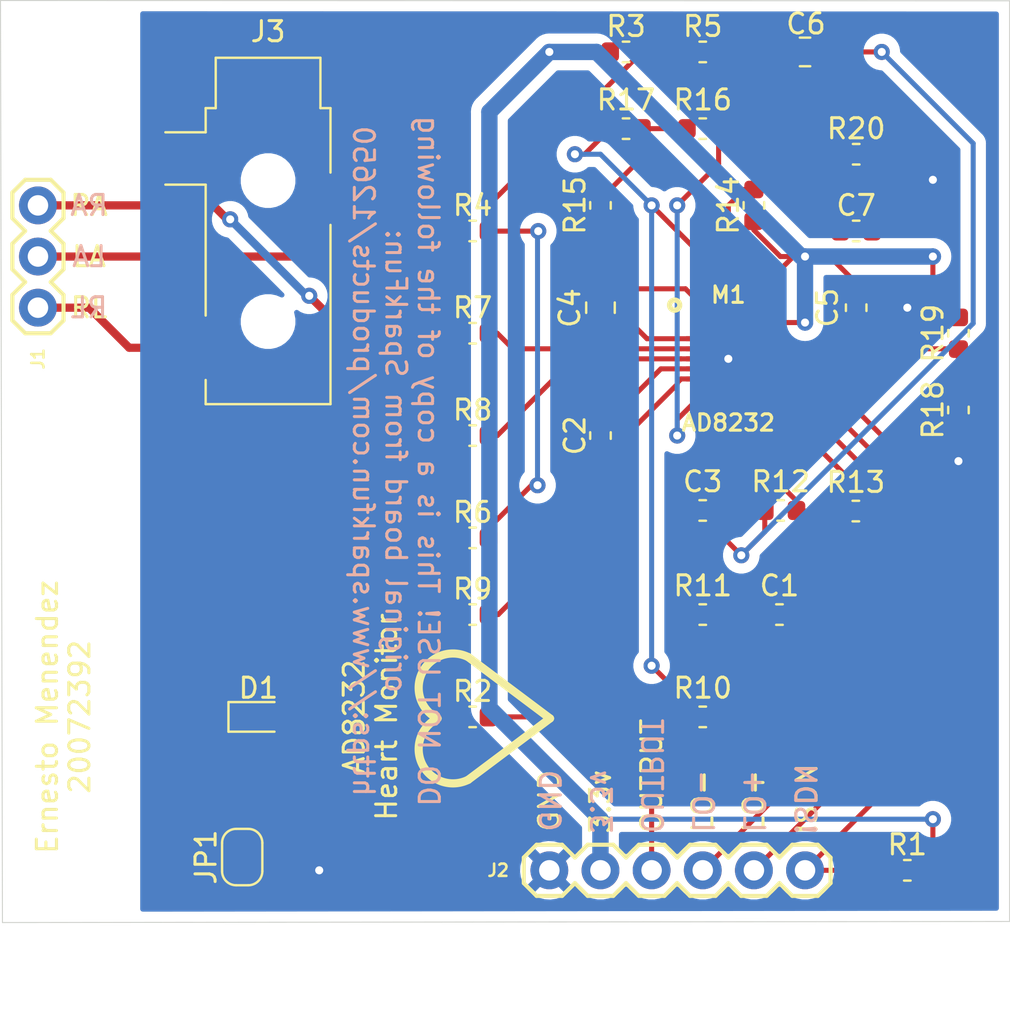
<source format=kicad_pcb>
(kicad_pcb (version 20171130) (host pcbnew 5.1.5)

  (general
    (thickness 1.6)
    (drawings 29)
    (tracks 210)
    (zones 0)
    (modules 33)
    (nets 28)
  )

  (page A4)
  (layers
    (0 F.Cu signal)
    (31 B.Cu signal)
    (32 B.Adhes user)
    (33 F.Adhes user)
    (34 B.Paste user)
    (35 F.Paste user)
    (36 B.SilkS user)
    (37 F.SilkS user)
    (38 B.Mask user)
    (39 F.Mask user)
    (40 Dwgs.User user)
    (41 Cmts.User user)
    (42 Eco1.User user)
    (43 Eco2.User user)
    (44 Edge.Cuts user)
    (45 Margin user)
    (46 B.CrtYd user)
    (47 F.CrtYd user)
    (48 B.Fab user)
    (49 F.Fab user)
  )

  (setup
    (last_trace_width 0.25)
    (user_trace_width 0.254)
    (user_trace_width 0.406)
    (user_trace_width 0.813)
    (trace_clearance 0.2)
    (zone_clearance 0.508)
    (zone_45_only no)
    (trace_min 0.2)
    (via_size 0.8)
    (via_drill 0.4)
    (via_min_size 0.4)
    (via_min_drill 0.3)
    (uvia_size 0.3)
    (uvia_drill 0.1)
    (uvias_allowed no)
    (uvia_min_size 0.2)
    (uvia_min_drill 0.1)
    (edge_width 0.05)
    (segment_width 0.2)
    (pcb_text_width 0.3)
    (pcb_text_size 1.5 1.5)
    (mod_edge_width 0.12)
    (mod_text_size 1 1)
    (mod_text_width 0.15)
    (pad_size 1.524 1.524)
    (pad_drill 0.762)
    (pad_to_mask_clearance 0.0508)
    (solder_mask_min_width 0.101)
    (aux_axis_origin 0 0)
    (visible_elements FFFFFF7F)
    (pcbplotparams
      (layerselection 0x010fc_ffffffff)
      (usegerberextensions true)
      (usegerberattributes false)
      (usegerberadvancedattributes false)
      (creategerberjobfile false)
      (excludeedgelayer true)
      (linewidth 0.100000)
      (plotframeref false)
      (viasonmask false)
      (mode 1)
      (useauxorigin false)
      (hpglpennumber 1)
      (hpglpenspeed 20)
      (hpglpendiameter 15.000000)
      (psnegative false)
      (psa4output false)
      (plotreference true)
      (plotvalue true)
      (plotinvisibletext false)
      (padsonsilk false)
      (subtractmaskfromsilk false)
      (outputformat 1)
      (mirror false)
      (drillshape 0)
      (scaleselection 1)
      (outputdirectory "gerbers/"))
  )

  (net 0 "")
  (net 1 /SIGNAL_OUT)
  (net 2 "Net-(C1-Pad1)")
  (net 3 "Net-(C2-Pad2)")
  (net 4 "Net-(C2-Pad1)")
  (net 5 /REFOUT)
  (net 6 "Net-(C3-Pad1)")
  (net 7 "Net-(C4-Pad2)")
  (net 8 "Net-(C4-Pad1)")
  (net 9 +3V3)
  (net 10 GND)
  (net 11 "Net-(C6-Pad2)")
  (net 12 "Net-(C7-Pad2)")
  (net 13 "Net-(D1-Pad2)")
  (net 14 "Net-(D1-Pad1)")
  (net 15 /RA)
  (net 16 /LA)
  (net 17 /RL)
  (net 18 /SDN)
  (net 19 /LO+)
  (net 20 /LO-)
  (net 21 "Net-(M1-Pad19)")
  (net 22 "Net-(M1-Pad14)")
  (net 23 "Net-(M1-Pad9)")
  (net 24 "Net-(M1-Pad3)")
  (net 25 "Net-(M1-Pad2)")
  (net 26 "Net-(R3-Pad1)")
  (net 27 "Net-(R15-Pad1)")

  (net_class Default "Esta es la clase de red por defecto."
    (clearance 0.2)
    (trace_width 0.25)
    (via_dia 0.8)
    (via_drill 0.4)
    (uvia_dia 0.3)
    (uvia_drill 0.1)
    (add_net +3V3)
    (add_net /LA)
    (add_net /LO+)
    (add_net /LO-)
    (add_net /RA)
    (add_net /REFOUT)
    (add_net /RL)
    (add_net /SDN)
    (add_net /SIGNAL_OUT)
    (add_net GND)
    (add_net "Net-(C1-Pad1)")
    (add_net "Net-(C2-Pad1)")
    (add_net "Net-(C2-Pad2)")
    (add_net "Net-(C3-Pad1)")
    (add_net "Net-(C4-Pad1)")
    (add_net "Net-(C4-Pad2)")
    (add_net "Net-(C6-Pad2)")
    (add_net "Net-(C7-Pad2)")
    (add_net "Net-(D1-Pad1)")
    (add_net "Net-(D1-Pad2)")
    (add_net "Net-(M1-Pad14)")
    (add_net "Net-(M1-Pad19)")
    (add_net "Net-(M1-Pad2)")
    (add_net "Net-(M1-Pad3)")
    (add_net "Net-(M1-Pad9)")
    (add_net "Net-(R15-Pad1)")
    (add_net "Net-(R3-Pad1)")
  )

  (module fp:1X06 (layer F.Cu) (tedit 5963D43D) (tstamp 5E783A6A)
    (at 153.67 114.3)
    (descr "PLATED THROUGH HOLE - 6 PIN")
    (tags "PLATED THROUGH HOLE - 6 PIN")
    (path /5E6EF590)
    (attr virtual)
    (fp_text reference J2 (at -2.54 0) (layer F.SilkS)
      (effects (font (size 0.6096 0.6096) (thickness 0.127)))
    )
    (fp_text value Conn_01x06 (at 0 1.905) (layer F.SilkS) hide
      (effects (font (size 0.6096 0.6096) (thickness 0.127)))
    )
    (fp_line (start 13.97 -0.635) (end 13.97 0.635) (layer F.SilkS) (width 0.2032))
    (fp_line (start 0.635 1.27) (end -0.635 1.27) (layer F.SilkS) (width 0.2032))
    (fp_line (start -1.27 0.635) (end -0.635 1.27) (layer F.SilkS) (width 0.2032))
    (fp_line (start -0.635 -1.27) (end -1.27 -0.635) (layer F.SilkS) (width 0.2032))
    (fp_line (start -1.27 -0.635) (end -1.27 0.635) (layer F.SilkS) (width 0.2032))
    (fp_line (start 1.905 1.27) (end 1.27 0.635) (layer F.SilkS) (width 0.2032))
    (fp_line (start 3.175 1.27) (end 1.905 1.27) (layer F.SilkS) (width 0.2032))
    (fp_line (start 3.81 0.635) (end 3.175 1.27) (layer F.SilkS) (width 0.2032))
    (fp_line (start 3.175 -1.27) (end 3.81 -0.635) (layer F.SilkS) (width 0.2032))
    (fp_line (start 1.905 -1.27) (end 3.175 -1.27) (layer F.SilkS) (width 0.2032))
    (fp_line (start 1.27 -0.635) (end 1.905 -1.27) (layer F.SilkS) (width 0.2032))
    (fp_line (start 1.27 0.635) (end 0.635 1.27) (layer F.SilkS) (width 0.2032))
    (fp_line (start 0.635 -1.27) (end 1.27 -0.635) (layer F.SilkS) (width 0.2032))
    (fp_line (start -0.635 -1.27) (end 0.635 -1.27) (layer F.SilkS) (width 0.2032))
    (fp_line (start 8.255 1.27) (end 6.985 1.27) (layer F.SilkS) (width 0.2032))
    (fp_line (start 6.35 0.635) (end 6.985 1.27) (layer F.SilkS) (width 0.2032))
    (fp_line (start 6.985 -1.27) (end 6.35 -0.635) (layer F.SilkS) (width 0.2032))
    (fp_line (start 4.445 1.27) (end 3.81 0.635) (layer F.SilkS) (width 0.2032))
    (fp_line (start 5.715 1.27) (end 4.445 1.27) (layer F.SilkS) (width 0.2032))
    (fp_line (start 6.35 0.635) (end 5.715 1.27) (layer F.SilkS) (width 0.2032))
    (fp_line (start 5.715 -1.27) (end 6.35 -0.635) (layer F.SilkS) (width 0.2032))
    (fp_line (start 4.445 -1.27) (end 5.715 -1.27) (layer F.SilkS) (width 0.2032))
    (fp_line (start 3.81 -0.635) (end 4.445 -1.27) (layer F.SilkS) (width 0.2032))
    (fp_line (start 9.525 1.27) (end 8.89 0.635) (layer F.SilkS) (width 0.2032))
    (fp_line (start 10.795 1.27) (end 9.525 1.27) (layer F.SilkS) (width 0.2032))
    (fp_line (start 11.43 0.635) (end 10.795 1.27) (layer F.SilkS) (width 0.2032))
    (fp_line (start 10.795 -1.27) (end 11.43 -0.635) (layer F.SilkS) (width 0.2032))
    (fp_line (start 9.525 -1.27) (end 10.795 -1.27) (layer F.SilkS) (width 0.2032))
    (fp_line (start 8.89 -0.635) (end 9.525 -1.27) (layer F.SilkS) (width 0.2032))
    (fp_line (start 8.89 0.635) (end 8.255 1.27) (layer F.SilkS) (width 0.2032))
    (fp_line (start 8.255 -1.27) (end 8.89 -0.635) (layer F.SilkS) (width 0.2032))
    (fp_line (start 6.985 -1.27) (end 8.255 -1.27) (layer F.SilkS) (width 0.2032))
    (fp_line (start 12.065 1.27) (end 11.43 0.635) (layer F.SilkS) (width 0.2032))
    (fp_line (start 13.335 1.27) (end 12.065 1.27) (layer F.SilkS) (width 0.2032))
    (fp_line (start 13.97 0.635) (end 13.335 1.27) (layer F.SilkS) (width 0.2032))
    (fp_line (start 13.335 -1.27) (end 13.97 -0.635) (layer F.SilkS) (width 0.2032))
    (fp_line (start 12.065 -1.27) (end 13.335 -1.27) (layer F.SilkS) (width 0.2032))
    (fp_line (start 11.43 -0.635) (end 12.065 -1.27) (layer F.SilkS) (width 0.2032))
    (pad 6 thru_hole circle (at 12.7 0) (size 1.8796 1.8796) (drill 1.016) (layers *.Cu *.Mask)
      (net 18 /SDN) (solder_mask_margin 0.1016))
    (pad 5 thru_hole circle (at 10.16 0) (size 1.8796 1.8796) (drill 1.016) (layers *.Cu *.Mask)
      (net 19 /LO+) (solder_mask_margin 0.1016))
    (pad 4 thru_hole circle (at 7.62 0) (size 1.8796 1.8796) (drill 1.016) (layers *.Cu *.Mask)
      (net 20 /LO-) (solder_mask_margin 0.1016))
    (pad 3 thru_hole circle (at 5.08 0) (size 1.8796 1.8796) (drill 1.016) (layers *.Cu *.Mask)
      (net 1 /SIGNAL_OUT) (solder_mask_margin 0.1016))
    (pad 2 thru_hole circle (at 2.54 0) (size 1.8796 1.8796) (drill 1.016) (layers *.Cu *.Mask)
      (net 9 +3V3) (solder_mask_margin 0.1016))
    (pad 1 thru_hole circle (at 0 0) (size 1.8796 1.8796) (drill 1.016) (layers *.Cu *.Mask)
      (net 10 GND) (solder_mask_margin 0.1016))
  )

  (module fp:1X03 (layer F.Cu) (tedit 200000) (tstamp 5E783A3A)
    (at 128.27 86.36 90)
    (descr "PLATED THROUGH HOLE - 3 PIN")
    (tags "PLATED THROUGH HOLE - 3 PIN")
    (path /5E6EBAD7)
    (attr virtual)
    (fp_text reference J1 (at -2.54 0 90) (layer F.SilkS)
      (effects (font (size 0.6096 0.6096) (thickness 0.127)))
    )
    (fp_text value Conn_01x03 (at 0 1.905 90) (layer F.SilkS) hide
      (effects (font (size 0.6096 0.6096) (thickness 0.127)))
    )
    (fp_line (start 6.35 -0.635) (end 6.35 0.635) (layer F.SilkS) (width 0.2032))
    (fp_line (start 0.635 1.27) (end -0.635 1.27) (layer F.SilkS) (width 0.2032))
    (fp_line (start -1.27 0.635) (end -0.635 1.27) (layer F.SilkS) (width 0.2032))
    (fp_line (start -0.635 -1.27) (end -1.27 -0.635) (layer F.SilkS) (width 0.2032))
    (fp_line (start -1.27 -0.635) (end -1.27 0.635) (layer F.SilkS) (width 0.2032))
    (fp_line (start 1.905 1.27) (end 1.27 0.635) (layer F.SilkS) (width 0.2032))
    (fp_line (start 3.175 1.27) (end 1.905 1.27) (layer F.SilkS) (width 0.2032))
    (fp_line (start 3.81 0.635) (end 3.175 1.27) (layer F.SilkS) (width 0.2032))
    (fp_line (start 3.175 -1.27) (end 3.81 -0.635) (layer F.SilkS) (width 0.2032))
    (fp_line (start 1.905 -1.27) (end 3.175 -1.27) (layer F.SilkS) (width 0.2032))
    (fp_line (start 1.27 -0.635) (end 1.905 -1.27) (layer F.SilkS) (width 0.2032))
    (fp_line (start 1.27 0.635) (end 0.635 1.27) (layer F.SilkS) (width 0.2032))
    (fp_line (start 0.635 -1.27) (end 1.27 -0.635) (layer F.SilkS) (width 0.2032))
    (fp_line (start -0.635 -1.27) (end 0.635 -1.27) (layer F.SilkS) (width 0.2032))
    (fp_line (start 4.445 1.27) (end 3.81 0.635) (layer F.SilkS) (width 0.2032))
    (fp_line (start 5.715 1.27) (end 4.445 1.27) (layer F.SilkS) (width 0.2032))
    (fp_line (start 6.35 0.635) (end 5.715 1.27) (layer F.SilkS) (width 0.2032))
    (fp_line (start 5.715 -1.27) (end 6.35 -0.635) (layer F.SilkS) (width 0.2032))
    (fp_line (start 4.445 -1.27) (end 5.715 -1.27) (layer F.SilkS) (width 0.2032))
    (fp_line (start 3.81 -0.635) (end 4.445 -1.27) (layer F.SilkS) (width 0.2032))
    (fp_line (start -0.254 0.254) (end -0.254 -0.254) (layer Dwgs.User) (width 0.06604))
    (fp_line (start -0.254 -0.254) (end 0.254 -0.254) (layer Dwgs.User) (width 0.06604))
    (fp_line (start 0.254 0.254) (end 0.254 -0.254) (layer Dwgs.User) (width 0.06604))
    (fp_line (start -0.254 0.254) (end 0.254 0.254) (layer Dwgs.User) (width 0.06604))
    (fp_line (start 2.286 0.254) (end 2.286 -0.254) (layer Dwgs.User) (width 0.06604))
    (fp_line (start 2.286 -0.254) (end 2.794 -0.254) (layer Dwgs.User) (width 0.06604))
    (fp_line (start 2.794 0.254) (end 2.794 -0.254) (layer Dwgs.User) (width 0.06604))
    (fp_line (start 2.286 0.254) (end 2.794 0.254) (layer Dwgs.User) (width 0.06604))
    (fp_line (start 4.826 0.254) (end 4.826 -0.254) (layer Dwgs.User) (width 0.06604))
    (fp_line (start 4.826 -0.254) (end 5.334 -0.254) (layer Dwgs.User) (width 0.06604))
    (fp_line (start 5.334 0.254) (end 5.334 -0.254) (layer Dwgs.User) (width 0.06604))
    (fp_line (start 4.826 0.254) (end 5.334 0.254) (layer Dwgs.User) (width 0.06604))
    (pad 3 thru_hole circle (at 5.08 0 90) (size 1.8796 1.8796) (drill 1.016) (layers *.Cu *.Mask)
      (net 15 /RA) (solder_mask_margin 0.1016))
    (pad 2 thru_hole circle (at 2.54 0 90) (size 1.8796 1.8796) (drill 1.016) (layers *.Cu *.Mask)
      (net 16 /LA) (solder_mask_margin 0.1016))
    (pad 1 thru_hole circle (at 0 0 90) (size 1.8796 1.8796) (drill 1.016) (layers *.Cu *.Mask)
      (net 17 /RL) (solder_mask_margin 0.1016))
  )

  (module Resistor_SMD:R_0603_1608Metric (layer F.Cu) (tedit 5B301BBD) (tstamp 5E783C12)
    (at 168.91 78.74 180)
    (descr "Resistor SMD 0603 (1608 Metric), square (rectangular) end terminal, IPC_7351 nominal, (Body size source: http://www.tortai-tech.com/upload/download/2011102023233369053.pdf), generated with kicad-footprint-generator")
    (tags resistor)
    (path /5E789114)
    (attr smd)
    (fp_text reference R20 (at 0 1.27) (layer F.SilkS)
      (effects (font (size 1 1) (thickness 0.15)))
    )
    (fp_text value 10M (at 0 -1.27) (layer F.Fab)
      (effects (font (size 1 1) (thickness 0.15)))
    )
    (fp_text user %R (at 0 0) (layer F.Fab)
      (effects (font (size 0.4 0.4) (thickness 0.06)))
    )
    (fp_line (start 1.48 0.73) (end -1.48 0.73) (layer F.CrtYd) (width 0.05))
    (fp_line (start 1.48 -0.73) (end 1.48 0.73) (layer F.CrtYd) (width 0.05))
    (fp_line (start -1.48 -0.73) (end 1.48 -0.73) (layer F.CrtYd) (width 0.05))
    (fp_line (start -1.48 0.73) (end -1.48 -0.73) (layer F.CrtYd) (width 0.05))
    (fp_line (start -0.162779 0.51) (end 0.162779 0.51) (layer F.SilkS) (width 0.12))
    (fp_line (start -0.162779 -0.51) (end 0.162779 -0.51) (layer F.SilkS) (width 0.12))
    (fp_line (start 0.8 0.4) (end -0.8 0.4) (layer F.Fab) (width 0.1))
    (fp_line (start 0.8 -0.4) (end 0.8 0.4) (layer F.Fab) (width 0.1))
    (fp_line (start -0.8 -0.4) (end 0.8 -0.4) (layer F.Fab) (width 0.1))
    (fp_line (start -0.8 0.4) (end -0.8 -0.4) (layer F.Fab) (width 0.1))
    (pad 2 smd roundrect (at 0.7875 0 180) (size 0.875 0.95) (layers F.Cu F.Paste F.Mask) (roundrect_rratio 0.25)
      (net 12 "Net-(C7-Pad2)"))
    (pad 1 smd roundrect (at -0.7875 0 180) (size 0.875 0.95) (layers F.Cu F.Paste F.Mask) (roundrect_rratio 0.25)
      (net 10 GND))
    (model ${KISYS3DMOD}/Resistor_SMD.3dshapes/R_0603_1608Metric.wrl
      (at (xyz 0 0 0))
      (scale (xyz 1 1 1))
      (rotate (xyz 0 0 0))
    )
  )

  (module Resistor_SMD:R_0603_1608Metric (layer F.Cu) (tedit 5B301BBD) (tstamp 5E783C01)
    (at 173.99 87.63 270)
    (descr "Resistor SMD 0603 (1608 Metric), square (rectangular) end terminal, IPC_7351 nominal, (Body size source: http://www.tortai-tech.com/upload/download/2011102023233369053.pdf), generated with kicad-footprint-generator")
    (tags resistor)
    (path /5E7FD67F)
    (attr smd)
    (fp_text reference R19 (at 0 1.27 90) (layer F.SilkS)
      (effects (font (size 1 1) (thickness 0.15)))
    )
    (fp_text value DNP (at 0 -1.27 90) (layer F.Fab)
      (effects (font (size 1 1) (thickness 0.15)))
    )
    (fp_text user %R (at 0 0 90) (layer F.Fab)
      (effects (font (size 0.4 0.4) (thickness 0.06)))
    )
    (fp_line (start 1.48 0.73) (end -1.48 0.73) (layer F.CrtYd) (width 0.05))
    (fp_line (start 1.48 -0.73) (end 1.48 0.73) (layer F.CrtYd) (width 0.05))
    (fp_line (start -1.48 -0.73) (end 1.48 -0.73) (layer F.CrtYd) (width 0.05))
    (fp_line (start -1.48 0.73) (end -1.48 -0.73) (layer F.CrtYd) (width 0.05))
    (fp_line (start -0.162779 0.51) (end 0.162779 0.51) (layer F.SilkS) (width 0.12))
    (fp_line (start -0.162779 -0.51) (end 0.162779 -0.51) (layer F.SilkS) (width 0.12))
    (fp_line (start 0.8 0.4) (end -0.8 0.4) (layer F.Fab) (width 0.1))
    (fp_line (start 0.8 -0.4) (end 0.8 0.4) (layer F.Fab) (width 0.1))
    (fp_line (start -0.8 -0.4) (end 0.8 -0.4) (layer F.Fab) (width 0.1))
    (fp_line (start -0.8 0.4) (end -0.8 -0.4) (layer F.Fab) (width 0.1))
    (pad 2 smd roundrect (at 0.7875 0 270) (size 0.875 0.95) (layers F.Cu F.Paste F.Mask) (roundrect_rratio 0.25)
      (net 22 "Net-(M1-Pad14)"))
    (pad 1 smd roundrect (at -0.7875 0 270) (size 0.875 0.95) (layers F.Cu F.Paste F.Mask) (roundrect_rratio 0.25)
      (net 9 +3V3))
    (model ${KISYS3DMOD}/Resistor_SMD.3dshapes/R_0603_1608Metric.wrl
      (at (xyz 0 0 0))
      (scale (xyz 1 1 1))
      (rotate (xyz 0 0 0))
    )
  )

  (module Resistor_SMD:R_0603_1608Metric (layer F.Cu) (tedit 5B301BBD) (tstamp 5E783BF0)
    (at 173.99 91.44 270)
    (descr "Resistor SMD 0603 (1608 Metric), square (rectangular) end terminal, IPC_7351 nominal, (Body size source: http://www.tortai-tech.com/upload/download/2011102023233369053.pdf), generated with kicad-footprint-generator")
    (tags resistor)
    (path /5E7FD075)
    (attr smd)
    (fp_text reference R18 (at 0 1.27 90) (layer F.SilkS)
      (effects (font (size 1 1) (thickness 0.15)))
    )
    (fp_text value 0 (at 0 -1.27 90) (layer F.Fab)
      (effects (font (size 1 1) (thickness 0.15)))
    )
    (fp_text user %R (at 0 0 90) (layer F.Fab)
      (effects (font (size 0.4 0.4) (thickness 0.06)))
    )
    (fp_line (start 1.48 0.73) (end -1.48 0.73) (layer F.CrtYd) (width 0.05))
    (fp_line (start 1.48 -0.73) (end 1.48 0.73) (layer F.CrtYd) (width 0.05))
    (fp_line (start -1.48 -0.73) (end 1.48 -0.73) (layer F.CrtYd) (width 0.05))
    (fp_line (start -1.48 0.73) (end -1.48 -0.73) (layer F.CrtYd) (width 0.05))
    (fp_line (start -0.162779 0.51) (end 0.162779 0.51) (layer F.SilkS) (width 0.12))
    (fp_line (start -0.162779 -0.51) (end 0.162779 -0.51) (layer F.SilkS) (width 0.12))
    (fp_line (start 0.8 0.4) (end -0.8 0.4) (layer F.Fab) (width 0.1))
    (fp_line (start 0.8 -0.4) (end 0.8 0.4) (layer F.Fab) (width 0.1))
    (fp_line (start -0.8 -0.4) (end 0.8 -0.4) (layer F.Fab) (width 0.1))
    (fp_line (start -0.8 0.4) (end -0.8 -0.4) (layer F.Fab) (width 0.1))
    (pad 2 smd roundrect (at 0.7875 0 270) (size 0.875 0.95) (layers F.Cu F.Paste F.Mask) (roundrect_rratio 0.25)
      (net 10 GND))
    (pad 1 smd roundrect (at -0.7875 0 270) (size 0.875 0.95) (layers F.Cu F.Paste F.Mask) (roundrect_rratio 0.25)
      (net 22 "Net-(M1-Pad14)"))
    (model ${KISYS3DMOD}/Resistor_SMD.3dshapes/R_0603_1608Metric.wrl
      (at (xyz 0 0 0))
      (scale (xyz 1 1 1))
      (rotate (xyz 0 0 0))
    )
  )

  (module Resistor_SMD:R_0603_1608Metric (layer F.Cu) (tedit 5B301BBD) (tstamp 5E783BDF)
    (at 157.48 77.47)
    (descr "Resistor SMD 0603 (1608 Metric), square (rectangular) end terminal, IPC_7351 nominal, (Body size source: http://www.tortai-tech.com/upload/download/2011102023233369053.pdf), generated with kicad-footprint-generator")
    (tags resistor)
    (path /5E772657)
    (attr smd)
    (fp_text reference R17 (at 0 -1.43) (layer F.SilkS)
      (effects (font (size 1 1) (thickness 0.15)))
    )
    (fp_text value 10M (at 0 1.43) (layer F.Fab)
      (effects (font (size 1 1) (thickness 0.15)))
    )
    (fp_text user %R (at 0 0) (layer F.Fab)
      (effects (font (size 0.4 0.4) (thickness 0.06)))
    )
    (fp_line (start 1.48 0.73) (end -1.48 0.73) (layer F.CrtYd) (width 0.05))
    (fp_line (start 1.48 -0.73) (end 1.48 0.73) (layer F.CrtYd) (width 0.05))
    (fp_line (start -1.48 -0.73) (end 1.48 -0.73) (layer F.CrtYd) (width 0.05))
    (fp_line (start -1.48 0.73) (end -1.48 -0.73) (layer F.CrtYd) (width 0.05))
    (fp_line (start -0.162779 0.51) (end 0.162779 0.51) (layer F.SilkS) (width 0.12))
    (fp_line (start -0.162779 -0.51) (end 0.162779 -0.51) (layer F.SilkS) (width 0.12))
    (fp_line (start 0.8 0.4) (end -0.8 0.4) (layer F.Fab) (width 0.1))
    (fp_line (start 0.8 -0.4) (end 0.8 0.4) (layer F.Fab) (width 0.1))
    (fp_line (start -0.8 -0.4) (end 0.8 -0.4) (layer F.Fab) (width 0.1))
    (fp_line (start -0.8 0.4) (end -0.8 -0.4) (layer F.Fab) (width 0.1))
    (pad 2 smd roundrect (at 0.7875 0) (size 0.875 0.95) (layers F.Cu F.Paste F.Mask) (roundrect_rratio 0.25)
      (net 27 "Net-(R15-Pad1)"))
    (pad 1 smd roundrect (at -0.7875 0) (size 0.875 0.95) (layers F.Cu F.Paste F.Mask) (roundrect_rratio 0.25)
      (net 21 "Net-(M1-Pad19)"))
    (model ${KISYS3DMOD}/Resistor_SMD.3dshapes/R_0603_1608Metric.wrl
      (at (xyz 0 0 0))
      (scale (xyz 1 1 1))
      (rotate (xyz 0 0 0))
    )
  )

  (module Resistor_SMD:R_0603_1608Metric (layer F.Cu) (tedit 5B301BBD) (tstamp 5E783BCE)
    (at 161.29 77.47)
    (descr "Resistor SMD 0603 (1608 Metric), square (rectangular) end terminal, IPC_7351 nominal, (Body size source: http://www.tortai-tech.com/upload/download/2011102023233369053.pdf), generated with kicad-footprint-generator")
    (tags resistor)
    (path /5E771F11)
    (attr smd)
    (fp_text reference R16 (at 0 -1.43) (layer F.SilkS)
      (effects (font (size 1 1) (thickness 0.15)))
    )
    (fp_text value 1.4M (at 0 1.43) (layer F.Fab)
      (effects (font (size 1 1) (thickness 0.15)))
    )
    (fp_text user %R (at 0 0) (layer F.Fab)
      (effects (font (size 0.4 0.4) (thickness 0.06)))
    )
    (fp_line (start 1.48 0.73) (end -1.48 0.73) (layer F.CrtYd) (width 0.05))
    (fp_line (start 1.48 -0.73) (end 1.48 0.73) (layer F.CrtYd) (width 0.05))
    (fp_line (start -1.48 -0.73) (end 1.48 -0.73) (layer F.CrtYd) (width 0.05))
    (fp_line (start -1.48 0.73) (end -1.48 -0.73) (layer F.CrtYd) (width 0.05))
    (fp_line (start -0.162779 0.51) (end 0.162779 0.51) (layer F.SilkS) (width 0.12))
    (fp_line (start -0.162779 -0.51) (end 0.162779 -0.51) (layer F.SilkS) (width 0.12))
    (fp_line (start 0.8 0.4) (end -0.8 0.4) (layer F.Fab) (width 0.1))
    (fp_line (start 0.8 -0.4) (end 0.8 0.4) (layer F.Fab) (width 0.1))
    (fp_line (start -0.8 -0.4) (end 0.8 -0.4) (layer F.Fab) (width 0.1))
    (fp_line (start -0.8 0.4) (end -0.8 -0.4) (layer F.Fab) (width 0.1))
    (pad 2 smd roundrect (at 0.7875 0) (size 0.875 0.95) (layers F.Cu F.Paste F.Mask) (roundrect_rratio 0.25)
      (net 11 "Net-(C6-Pad2)"))
    (pad 1 smd roundrect (at -0.7875 0) (size 0.875 0.95) (layers F.Cu F.Paste F.Mask) (roundrect_rratio 0.25)
      (net 27 "Net-(R15-Pad1)"))
    (model ${KISYS3DMOD}/Resistor_SMD.3dshapes/R_0603_1608Metric.wrl
      (at (xyz 0 0 0))
      (scale (xyz 1 1 1))
      (rotate (xyz 0 0 0))
    )
  )

  (module Resistor_SMD:R_0603_1608Metric (layer F.Cu) (tedit 5B301BBD) (tstamp 5E783BBD)
    (at 156.21 81.28 270)
    (descr "Resistor SMD 0603 (1608 Metric), square (rectangular) end terminal, IPC_7351 nominal, (Body size source: http://www.tortai-tech.com/upload/download/2011102023233369053.pdf), generated with kicad-footprint-generator")
    (tags resistor)
    (path /5E76F57C)
    (attr smd)
    (fp_text reference R15 (at 0 1.27 90) (layer F.SilkS)
      (effects (font (size 1 1) (thickness 0.15)))
    )
    (fp_text value 10M (at 0 -1.27 90) (layer F.Fab)
      (effects (font (size 1 1) (thickness 0.15)))
    )
    (fp_text user %R (at 0 0 90) (layer F.Fab)
      (effects (font (size 0.4 0.4) (thickness 0.06)))
    )
    (fp_line (start 1.48 0.73) (end -1.48 0.73) (layer F.CrtYd) (width 0.05))
    (fp_line (start 1.48 -0.73) (end 1.48 0.73) (layer F.CrtYd) (width 0.05))
    (fp_line (start -1.48 -0.73) (end 1.48 -0.73) (layer F.CrtYd) (width 0.05))
    (fp_line (start -1.48 0.73) (end -1.48 -0.73) (layer F.CrtYd) (width 0.05))
    (fp_line (start -0.162779 0.51) (end 0.162779 0.51) (layer F.SilkS) (width 0.12))
    (fp_line (start -0.162779 -0.51) (end 0.162779 -0.51) (layer F.SilkS) (width 0.12))
    (fp_line (start 0.8 0.4) (end -0.8 0.4) (layer F.Fab) (width 0.1))
    (fp_line (start 0.8 -0.4) (end 0.8 0.4) (layer F.Fab) (width 0.1))
    (fp_line (start -0.8 -0.4) (end 0.8 -0.4) (layer F.Fab) (width 0.1))
    (fp_line (start -0.8 0.4) (end -0.8 -0.4) (layer F.Fab) (width 0.1))
    (pad 2 smd roundrect (at 0.7875 0 270) (size 0.875 0.95) (layers F.Cu F.Paste F.Mask) (roundrect_rratio 0.25)
      (net 8 "Net-(C4-Pad1)"))
    (pad 1 smd roundrect (at -0.7875 0 270) (size 0.875 0.95) (layers F.Cu F.Paste F.Mask) (roundrect_rratio 0.25)
      (net 27 "Net-(R15-Pad1)"))
    (model ${KISYS3DMOD}/Resistor_SMD.3dshapes/R_0603_1608Metric.wrl
      (at (xyz 0 0 0))
      (scale (xyz 1 1 1))
      (rotate (xyz 0 0 0))
    )
  )

  (module Resistor_SMD:R_0603_1608Metric (layer F.Cu) (tedit 5B301BBD) (tstamp 5E783BAC)
    (at 163.83 81.28 270)
    (descr "Resistor SMD 0603 (1608 Metric), square (rectangular) end terminal, IPC_7351 nominal, (Body size source: http://www.tortai-tech.com/upload/download/2011102023233369053.pdf), generated with kicad-footprint-generator")
    (tags resistor)
    (path /5E767F00)
    (attr smd)
    (fp_text reference R14 (at 0 1.27 90) (layer F.SilkS)
      (effects (font (size 1 1) (thickness 0.15)))
    )
    (fp_text value 10M (at 0 -1.27 90) (layer F.Fab)
      (effects (font (size 1 1) (thickness 0.15)))
    )
    (fp_text user %R (at 0 0 90) (layer F.Fab)
      (effects (font (size 0.4 0.4) (thickness 0.06)))
    )
    (fp_line (start 1.48 0.73) (end -1.48 0.73) (layer F.CrtYd) (width 0.05))
    (fp_line (start 1.48 -0.73) (end 1.48 0.73) (layer F.CrtYd) (width 0.05))
    (fp_line (start -1.48 -0.73) (end 1.48 -0.73) (layer F.CrtYd) (width 0.05))
    (fp_line (start -1.48 0.73) (end -1.48 -0.73) (layer F.CrtYd) (width 0.05))
    (fp_line (start -0.162779 0.51) (end 0.162779 0.51) (layer F.SilkS) (width 0.12))
    (fp_line (start -0.162779 -0.51) (end 0.162779 -0.51) (layer F.SilkS) (width 0.12))
    (fp_line (start 0.8 0.4) (end -0.8 0.4) (layer F.Fab) (width 0.1))
    (fp_line (start 0.8 -0.4) (end 0.8 0.4) (layer F.Fab) (width 0.1))
    (fp_line (start -0.8 -0.4) (end 0.8 -0.4) (layer F.Fab) (width 0.1))
    (fp_line (start -0.8 0.4) (end -0.8 -0.4) (layer F.Fab) (width 0.1))
    (pad 2 smd roundrect (at 0.7875 0 270) (size 0.875 0.95) (layers F.Cu F.Paste F.Mask) (roundrect_rratio 0.25)
      (net 9 +3V3))
    (pad 1 smd roundrect (at -0.7875 0 270) (size 0.875 0.95) (layers F.Cu F.Paste F.Mask) (roundrect_rratio 0.25)
      (net 12 "Net-(C7-Pad2)"))
    (model ${KISYS3DMOD}/Resistor_SMD.3dshapes/R_0603_1608Metric.wrl
      (at (xyz 0 0 0))
      (scale (xyz 1 1 1))
      (rotate (xyz 0 0 0))
    )
  )

  (module Resistor_SMD:R_0603_1608Metric (layer F.Cu) (tedit 5B301BBD) (tstamp 5E783B9B)
    (at 168.893211 96.459685)
    (descr "Resistor SMD 0603 (1608 Metric), square (rectangular) end terminal, IPC_7351 nominal, (Body size source: http://www.tortai-tech.com/upload/download/2011102023233369053.pdf), generated with kicad-footprint-generator")
    (tags resistor)
    (path /5E7417C6)
    (attr smd)
    (fp_text reference R13 (at 0 -1.43) (layer F.SilkS)
      (effects (font (size 1 1) (thickness 0.15)))
    )
    (fp_text value 1M (at 0 1.43) (layer F.Fab)
      (effects (font (size 1 1) (thickness 0.15)))
    )
    (fp_text user %R (at 0 0) (layer F.Fab)
      (effects (font (size 0.4 0.4) (thickness 0.06)))
    )
    (fp_line (start 1.48 0.73) (end -1.48 0.73) (layer F.CrtYd) (width 0.05))
    (fp_line (start 1.48 -0.73) (end 1.48 0.73) (layer F.CrtYd) (width 0.05))
    (fp_line (start -1.48 -0.73) (end 1.48 -0.73) (layer F.CrtYd) (width 0.05))
    (fp_line (start -1.48 0.73) (end -1.48 -0.73) (layer F.CrtYd) (width 0.05))
    (fp_line (start -0.162779 0.51) (end 0.162779 0.51) (layer F.SilkS) (width 0.12))
    (fp_line (start -0.162779 -0.51) (end 0.162779 -0.51) (layer F.SilkS) (width 0.12))
    (fp_line (start 0.8 0.4) (end -0.8 0.4) (layer F.Fab) (width 0.1))
    (fp_line (start 0.8 -0.4) (end 0.8 0.4) (layer F.Fab) (width 0.1))
    (fp_line (start -0.8 -0.4) (end 0.8 -0.4) (layer F.Fab) (width 0.1))
    (fp_line (start -0.8 0.4) (end -0.8 -0.4) (layer F.Fab) (width 0.1))
    (pad 2 smd roundrect (at 0.7875 0) (size 0.875 0.95) (layers F.Cu F.Paste F.Mask) (roundrect_rratio 0.25)
      (net 1 /SIGNAL_OUT))
    (pad 1 smd roundrect (at -0.7875 0) (size 0.875 0.95) (layers F.Cu F.Paste F.Mask) (roundrect_rratio 0.25)
      (net 23 "Net-(M1-Pad9)"))
    (model ${KISYS3DMOD}/Resistor_SMD.3dshapes/R_0603_1608Metric.wrl
      (at (xyz 0 0 0))
      (scale (xyz 1 1 1))
      (rotate (xyz 0 0 0))
    )
  )

  (module Resistor_SMD:R_0603_1608Metric (layer F.Cu) (tedit 5B301BBD) (tstamp 5E783B8A)
    (at 165.158214 96.429071)
    (descr "Resistor SMD 0603 (1608 Metric), square (rectangular) end terminal, IPC_7351 nominal, (Body size source: http://www.tortai-tech.com/upload/download/2011102023233369053.pdf), generated with kicad-footprint-generator")
    (tags resistor)
    (path /5E7413D5)
    (attr smd)
    (fp_text reference R12 (at 0 -1.43) (layer F.SilkS)
      (effects (font (size 1 1) (thickness 0.15)))
    )
    (fp_text value 100k (at 0 1.43) (layer F.Fab)
      (effects (font (size 1 1) (thickness 0.15)))
    )
    (fp_text user %R (at 0 0) (layer F.Fab)
      (effects (font (size 0.4 0.4) (thickness 0.06)))
    )
    (fp_line (start 1.48 0.73) (end -1.48 0.73) (layer F.CrtYd) (width 0.05))
    (fp_line (start 1.48 -0.73) (end 1.48 0.73) (layer F.CrtYd) (width 0.05))
    (fp_line (start -1.48 -0.73) (end 1.48 -0.73) (layer F.CrtYd) (width 0.05))
    (fp_line (start -1.48 0.73) (end -1.48 -0.73) (layer F.CrtYd) (width 0.05))
    (fp_line (start -0.162779 0.51) (end 0.162779 0.51) (layer F.SilkS) (width 0.12))
    (fp_line (start -0.162779 -0.51) (end 0.162779 -0.51) (layer F.SilkS) (width 0.12))
    (fp_line (start 0.8 0.4) (end -0.8 0.4) (layer F.Fab) (width 0.1))
    (fp_line (start 0.8 -0.4) (end 0.8 0.4) (layer F.Fab) (width 0.1))
    (fp_line (start -0.8 -0.4) (end 0.8 -0.4) (layer F.Fab) (width 0.1))
    (fp_line (start -0.8 0.4) (end -0.8 -0.4) (layer F.Fab) (width 0.1))
    (pad 2 smd roundrect (at 0.7875 0) (size 0.875 0.95) (layers F.Cu F.Paste F.Mask) (roundrect_rratio 0.25)
      (net 23 "Net-(M1-Pad9)"))
    (pad 1 smd roundrect (at -0.7875 0) (size 0.875 0.95) (layers F.Cu F.Paste F.Mask) (roundrect_rratio 0.25)
      (net 5 /REFOUT))
    (model ${KISYS3DMOD}/Resistor_SMD.3dshapes/R_0603_1608Metric.wrl
      (at (xyz 0 0 0))
      (scale (xyz 1 1 1))
      (rotate (xyz 0 0 0))
    )
  )

  (module Resistor_SMD:R_0603_1608Metric (layer F.Cu) (tedit 5B301BBD) (tstamp 5E783B79)
    (at 161.29 101.6)
    (descr "Resistor SMD 0603 (1608 Metric), square (rectangular) end terminal, IPC_7351 nominal, (Body size source: http://www.tortai-tech.com/upload/download/2011102023233369053.pdf), generated with kicad-footprint-generator")
    (tags resistor)
    (path /5E730538)
    (attr smd)
    (fp_text reference R11 (at 0 -1.43) (layer F.SilkS)
      (effects (font (size 1 1) (thickness 0.15)))
    )
    (fp_text value 1M (at 0 1.43) (layer F.Fab)
      (effects (font (size 1 1) (thickness 0.15)))
    )
    (fp_text user %R (at 0 0) (layer F.Fab)
      (effects (font (size 0.4 0.4) (thickness 0.06)))
    )
    (fp_line (start 1.48 0.73) (end -1.48 0.73) (layer F.CrtYd) (width 0.05))
    (fp_line (start 1.48 -0.73) (end 1.48 0.73) (layer F.CrtYd) (width 0.05))
    (fp_line (start -1.48 -0.73) (end 1.48 -0.73) (layer F.CrtYd) (width 0.05))
    (fp_line (start -1.48 0.73) (end -1.48 -0.73) (layer F.CrtYd) (width 0.05))
    (fp_line (start -0.162779 0.51) (end 0.162779 0.51) (layer F.SilkS) (width 0.12))
    (fp_line (start -0.162779 -0.51) (end 0.162779 -0.51) (layer F.SilkS) (width 0.12))
    (fp_line (start 0.8 0.4) (end -0.8 0.4) (layer F.Fab) (width 0.1))
    (fp_line (start 0.8 -0.4) (end 0.8 0.4) (layer F.Fab) (width 0.1))
    (fp_line (start -0.8 -0.4) (end 0.8 -0.4) (layer F.Fab) (width 0.1))
    (fp_line (start -0.8 0.4) (end -0.8 -0.4) (layer F.Fab) (width 0.1))
    (pad 2 smd roundrect (at 0.7875 0) (size 0.875 0.95) (layers F.Cu F.Paste F.Mask) (roundrect_rratio 0.25)
      (net 2 "Net-(C1-Pad1)"))
    (pad 1 smd roundrect (at -0.7875 0) (size 0.875 0.95) (layers F.Cu F.Paste F.Mask) (roundrect_rratio 0.25)
      (net 6 "Net-(C3-Pad1)"))
    (model ${KISYS3DMOD}/Resistor_SMD.3dshapes/R_0603_1608Metric.wrl
      (at (xyz 0 0 0))
      (scale (xyz 1 1 1))
      (rotate (xyz 0 0 0))
    )
  )

  (module Resistor_SMD:R_0603_1608Metric (layer F.Cu) (tedit 5B301BBD) (tstamp 5E783B68)
    (at 161.29 106.68)
    (descr "Resistor SMD 0603 (1608 Metric), square (rectangular) end terminal, IPC_7351 nominal, (Body size source: http://www.tortai-tech.com/upload/download/2011102023233369053.pdf), generated with kicad-footprint-generator")
    (tags resistor)
    (path /5E7195FF)
    (attr smd)
    (fp_text reference R10 (at 0 -1.43) (layer F.SilkS)
      (effects (font (size 1 1) (thickness 0.15)))
    )
    (fp_text value 1M (at 0 1.43) (layer F.Fab)
      (effects (font (size 1 1) (thickness 0.15)))
    )
    (fp_text user %R (at 0 0) (layer F.Fab)
      (effects (font (size 0.4 0.4) (thickness 0.06)))
    )
    (fp_line (start 1.48 0.73) (end -1.48 0.73) (layer F.CrtYd) (width 0.05))
    (fp_line (start 1.48 -0.73) (end 1.48 0.73) (layer F.CrtYd) (width 0.05))
    (fp_line (start -1.48 -0.73) (end 1.48 -0.73) (layer F.CrtYd) (width 0.05))
    (fp_line (start -1.48 0.73) (end -1.48 -0.73) (layer F.CrtYd) (width 0.05))
    (fp_line (start -0.162779 0.51) (end 0.162779 0.51) (layer F.SilkS) (width 0.12))
    (fp_line (start -0.162779 -0.51) (end 0.162779 -0.51) (layer F.SilkS) (width 0.12))
    (fp_line (start 0.8 0.4) (end -0.8 0.4) (layer F.Fab) (width 0.1))
    (fp_line (start 0.8 -0.4) (end 0.8 0.4) (layer F.Fab) (width 0.1))
    (fp_line (start -0.8 -0.4) (end 0.8 -0.4) (layer F.Fab) (width 0.1))
    (fp_line (start -0.8 0.4) (end -0.8 -0.4) (layer F.Fab) (width 0.1))
    (pad 2 smd roundrect (at 0.7875 0) (size 0.875 0.95) (layers F.Cu F.Paste F.Mask) (roundrect_rratio 0.25)
      (net 2 "Net-(C1-Pad1)"))
    (pad 1 smd roundrect (at -0.7875 0) (size 0.875 0.95) (layers F.Cu F.Paste F.Mask) (roundrect_rratio 0.25)
      (net 21 "Net-(M1-Pad19)"))
    (model ${KISYS3DMOD}/Resistor_SMD.3dshapes/R_0603_1608Metric.wrl
      (at (xyz 0 0 0))
      (scale (xyz 1 1 1))
      (rotate (xyz 0 0 0))
    )
  )

  (module Resistor_SMD:R_0603_1608Metric (layer F.Cu) (tedit 5B301BBD) (tstamp 5E783B57)
    (at 149.86 101.6 180)
    (descr "Resistor SMD 0603 (1608 Metric), square (rectangular) end terminal, IPC_7351 nominal, (Body size source: http://www.tortai-tech.com/upload/download/2011102023233369053.pdf), generated with kicad-footprint-generator")
    (tags resistor)
    (path /5E71861F)
    (attr smd)
    (fp_text reference R9 (at 0 1.27) (layer F.SilkS)
      (effects (font (size 1 1) (thickness 0.15)))
    )
    (fp_text value 360k (at 0 -1.27) (layer F.Fab)
      (effects (font (size 1 1) (thickness 0.15)))
    )
    (fp_text user %R (at 0 0) (layer F.Fab)
      (effects (font (size 0.4 0.4) (thickness 0.06)))
    )
    (fp_line (start 1.48 0.73) (end -1.48 0.73) (layer F.CrtYd) (width 0.05))
    (fp_line (start 1.48 -0.73) (end 1.48 0.73) (layer F.CrtYd) (width 0.05))
    (fp_line (start -1.48 -0.73) (end 1.48 -0.73) (layer F.CrtYd) (width 0.05))
    (fp_line (start -1.48 0.73) (end -1.48 -0.73) (layer F.CrtYd) (width 0.05))
    (fp_line (start -0.162779 0.51) (end 0.162779 0.51) (layer F.SilkS) (width 0.12))
    (fp_line (start -0.162779 -0.51) (end 0.162779 -0.51) (layer F.SilkS) (width 0.12))
    (fp_line (start 0.8 0.4) (end -0.8 0.4) (layer F.Fab) (width 0.1))
    (fp_line (start 0.8 -0.4) (end 0.8 0.4) (layer F.Fab) (width 0.1))
    (fp_line (start -0.8 -0.4) (end 0.8 -0.4) (layer F.Fab) (width 0.1))
    (fp_line (start -0.8 0.4) (end -0.8 -0.4) (layer F.Fab) (width 0.1))
    (pad 2 smd roundrect (at 0.7875 0 180) (size 0.875 0.95) (layers F.Cu F.Paste F.Mask) (roundrect_rratio 0.25)
      (net 17 /RL))
    (pad 1 smd roundrect (at -0.7875 0 180) (size 0.875 0.95) (layers F.Cu F.Paste F.Mask) (roundrect_rratio 0.25)
      (net 3 "Net-(C2-Pad2)"))
    (model ${KISYS3DMOD}/Resistor_SMD.3dshapes/R_0603_1608Metric.wrl
      (at (xyz 0 0 0))
      (scale (xyz 1 1 1))
      (rotate (xyz 0 0 0))
    )
  )

  (module Resistor_SMD:R_0603_1608Metric (layer F.Cu) (tedit 5B301BBD) (tstamp 5E783B46)
    (at 149.86 92.71 180)
    (descr "Resistor SMD 0603 (1608 Metric), square (rectangular) end terminal, IPC_7351 nominal, (Body size source: http://www.tortai-tech.com/upload/download/2011102023233369053.pdf), generated with kicad-footprint-generator")
    (tags resistor)
    (path /5E710E97)
    (attr smd)
    (fp_text reference R8 (at 0 1.27) (layer F.SilkS)
      (effects (font (size 1 1) (thickness 0.15)))
    )
    (fp_text value 180k (at 0 -1.27) (layer F.Fab)
      (effects (font (size 1 1) (thickness 0.15)))
    )
    (fp_text user %R (at 0 0) (layer F.Fab)
      (effects (font (size 0.4 0.4) (thickness 0.06)))
    )
    (fp_line (start 1.48 0.73) (end -1.48 0.73) (layer F.CrtYd) (width 0.05))
    (fp_line (start 1.48 -0.73) (end 1.48 0.73) (layer F.CrtYd) (width 0.05))
    (fp_line (start -1.48 -0.73) (end 1.48 -0.73) (layer F.CrtYd) (width 0.05))
    (fp_line (start -1.48 0.73) (end -1.48 -0.73) (layer F.CrtYd) (width 0.05))
    (fp_line (start -0.162779 0.51) (end 0.162779 0.51) (layer F.SilkS) (width 0.12))
    (fp_line (start -0.162779 -0.51) (end 0.162779 -0.51) (layer F.SilkS) (width 0.12))
    (fp_line (start 0.8 0.4) (end -0.8 0.4) (layer F.Fab) (width 0.1))
    (fp_line (start 0.8 -0.4) (end 0.8 0.4) (layer F.Fab) (width 0.1))
    (fp_line (start -0.8 -0.4) (end 0.8 -0.4) (layer F.Fab) (width 0.1))
    (fp_line (start -0.8 0.4) (end -0.8 -0.4) (layer F.Fab) (width 0.1))
    (pad 2 smd roundrect (at 0.7875 0 180) (size 0.875 0.95) (layers F.Cu F.Paste F.Mask) (roundrect_rratio 0.25)
      (net 15 /RA))
    (pad 1 smd roundrect (at -0.7875 0 180) (size 0.875 0.95) (layers F.Cu F.Paste F.Mask) (roundrect_rratio 0.25)
      (net 24 "Net-(M1-Pad3)"))
    (model ${KISYS3DMOD}/Resistor_SMD.3dshapes/R_0603_1608Metric.wrl
      (at (xyz 0 0 0))
      (scale (xyz 1 1 1))
      (rotate (xyz 0 0 0))
    )
  )

  (module Resistor_SMD:R_0603_1608Metric (layer F.Cu) (tedit 5B301BBD) (tstamp 5E783B35)
    (at 149.86 87.63 180)
    (descr "Resistor SMD 0603 (1608 Metric), square (rectangular) end terminal, IPC_7351 nominal, (Body size source: http://www.tortai-tech.com/upload/download/2011102023233369053.pdf), generated with kicad-footprint-generator")
    (tags resistor)
    (path /5E707E13)
    (attr smd)
    (fp_text reference R7 (at 0 1.27) (layer F.SilkS)
      (effects (font (size 1 1) (thickness 0.15)))
    )
    (fp_text value 180k (at 0 -1.27) (layer F.Fab)
      (effects (font (size 1 1) (thickness 0.15)))
    )
    (fp_text user %R (at 0 0) (layer F.Fab)
      (effects (font (size 0.4 0.4) (thickness 0.06)))
    )
    (fp_line (start 1.48 0.73) (end -1.48 0.73) (layer F.CrtYd) (width 0.05))
    (fp_line (start 1.48 -0.73) (end 1.48 0.73) (layer F.CrtYd) (width 0.05))
    (fp_line (start -1.48 -0.73) (end 1.48 -0.73) (layer F.CrtYd) (width 0.05))
    (fp_line (start -1.48 0.73) (end -1.48 -0.73) (layer F.CrtYd) (width 0.05))
    (fp_line (start -0.162779 0.51) (end 0.162779 0.51) (layer F.SilkS) (width 0.12))
    (fp_line (start -0.162779 -0.51) (end 0.162779 -0.51) (layer F.SilkS) (width 0.12))
    (fp_line (start 0.8 0.4) (end -0.8 0.4) (layer F.Fab) (width 0.1))
    (fp_line (start 0.8 -0.4) (end 0.8 0.4) (layer F.Fab) (width 0.1))
    (fp_line (start -0.8 -0.4) (end 0.8 -0.4) (layer F.Fab) (width 0.1))
    (fp_line (start -0.8 0.4) (end -0.8 -0.4) (layer F.Fab) (width 0.1))
    (pad 2 smd roundrect (at 0.7875 0 180) (size 0.875 0.95) (layers F.Cu F.Paste F.Mask) (roundrect_rratio 0.25)
      (net 16 /LA))
    (pad 1 smd roundrect (at -0.7875 0 180) (size 0.875 0.95) (layers F.Cu F.Paste F.Mask) (roundrect_rratio 0.25)
      (net 25 "Net-(M1-Pad2)"))
    (model ${KISYS3DMOD}/Resistor_SMD.3dshapes/R_0603_1608Metric.wrl
      (at (xyz 0 0 0))
      (scale (xyz 1 1 1))
      (rotate (xyz 0 0 0))
    )
  )

  (module Resistor_SMD:R_0603_1608Metric (layer F.Cu) (tedit 5B301BBD) (tstamp 5E783B24)
    (at 149.86 97.79 180)
    (descr "Resistor SMD 0603 (1608 Metric), square (rectangular) end terminal, IPC_7351 nominal, (Body size source: http://www.tortai-tech.com/upload/download/2011102023233369053.pdf), generated with kicad-footprint-generator")
    (tags resistor)
    (path /5E705009)
    (attr smd)
    (fp_text reference R6 (at 0 1.27) (layer F.SilkS)
      (effects (font (size 1 1) (thickness 0.15)))
    )
    (fp_text value 10M (at 0 -1.27) (layer F.Fab)
      (effects (font (size 1 1) (thickness 0.15)))
    )
    (fp_text user %R (at 0 0) (layer F.Fab)
      (effects (font (size 0.4 0.4) (thickness 0.06)))
    )
    (fp_line (start 1.48 0.73) (end -1.48 0.73) (layer F.CrtYd) (width 0.05))
    (fp_line (start 1.48 -0.73) (end 1.48 0.73) (layer F.CrtYd) (width 0.05))
    (fp_line (start -1.48 -0.73) (end 1.48 -0.73) (layer F.CrtYd) (width 0.05))
    (fp_line (start -1.48 0.73) (end -1.48 -0.73) (layer F.CrtYd) (width 0.05))
    (fp_line (start -0.162779 0.51) (end 0.162779 0.51) (layer F.SilkS) (width 0.12))
    (fp_line (start -0.162779 -0.51) (end 0.162779 -0.51) (layer F.SilkS) (width 0.12))
    (fp_line (start 0.8 0.4) (end -0.8 0.4) (layer F.Fab) (width 0.1))
    (fp_line (start 0.8 -0.4) (end 0.8 0.4) (layer F.Fab) (width 0.1))
    (fp_line (start -0.8 -0.4) (end 0.8 -0.4) (layer F.Fab) (width 0.1))
    (fp_line (start -0.8 0.4) (end -0.8 -0.4) (layer F.Fab) (width 0.1))
    (pad 2 smd roundrect (at 0.7875 0 180) (size 0.875 0.95) (layers F.Cu F.Paste F.Mask) (roundrect_rratio 0.25)
      (net 15 /RA))
    (pad 1 smd roundrect (at -0.7875 0 180) (size 0.875 0.95) (layers F.Cu F.Paste F.Mask) (roundrect_rratio 0.25)
      (net 26 "Net-(R3-Pad1)"))
    (model ${KISYS3DMOD}/Resistor_SMD.3dshapes/R_0603_1608Metric.wrl
      (at (xyz 0 0 0))
      (scale (xyz 1 1 1))
      (rotate (xyz 0 0 0))
    )
  )

  (module Resistor_SMD:R_0603_1608Metric (layer F.Cu) (tedit 5B301BBD) (tstamp 5E783B13)
    (at 161.29 73.66 180)
    (descr "Resistor SMD 0603 (1608 Metric), square (rectangular) end terminal, IPC_7351 nominal, (Body size source: http://www.tortai-tech.com/upload/download/2011102023233369053.pdf), generated with kicad-footprint-generator")
    (tags resistor)
    (path /5E7C404C)
    (attr smd)
    (fp_text reference R5 (at 0 1.27) (layer F.SilkS)
      (effects (font (size 1 1) (thickness 0.15)))
    )
    (fp_text value DNP (at 0 -1.27) (layer F.Fab)
      (effects (font (size 1 1) (thickness 0.15)))
    )
    (fp_text user %R (at 0 0) (layer F.Fab)
      (effects (font (size 0.4 0.4) (thickness 0.06)))
    )
    (fp_line (start 1.48 0.73) (end -1.48 0.73) (layer F.CrtYd) (width 0.05))
    (fp_line (start 1.48 -0.73) (end 1.48 0.73) (layer F.CrtYd) (width 0.05))
    (fp_line (start -1.48 -0.73) (end 1.48 -0.73) (layer F.CrtYd) (width 0.05))
    (fp_line (start -1.48 0.73) (end -1.48 -0.73) (layer F.CrtYd) (width 0.05))
    (fp_line (start -0.162779 0.51) (end 0.162779 0.51) (layer F.SilkS) (width 0.12))
    (fp_line (start -0.162779 -0.51) (end 0.162779 -0.51) (layer F.SilkS) (width 0.12))
    (fp_line (start 0.8 0.4) (end -0.8 0.4) (layer F.Fab) (width 0.1))
    (fp_line (start 0.8 -0.4) (end 0.8 0.4) (layer F.Fab) (width 0.1))
    (fp_line (start -0.8 -0.4) (end 0.8 -0.4) (layer F.Fab) (width 0.1))
    (fp_line (start -0.8 0.4) (end -0.8 -0.4) (layer F.Fab) (width 0.1))
    (pad 2 smd roundrect (at 0.7875 0 180) (size 0.875 0.95) (layers F.Cu F.Paste F.Mask) (roundrect_rratio 0.25)
      (net 26 "Net-(R3-Pad1)"))
    (pad 1 smd roundrect (at -0.7875 0 180) (size 0.875 0.95) (layers F.Cu F.Paste F.Mask) (roundrect_rratio 0.25)
      (net 11 "Net-(C6-Pad2)"))
    (model ${KISYS3DMOD}/Resistor_SMD.3dshapes/R_0603_1608Metric.wrl
      (at (xyz 0 0 0))
      (scale (xyz 1 1 1))
      (rotate (xyz 0 0 0))
    )
  )

  (module Resistor_SMD:R_0603_1608Metric (layer F.Cu) (tedit 5B301BBD) (tstamp 5E783B02)
    (at 149.86 82.55 180)
    (descr "Resistor SMD 0603 (1608 Metric), square (rectangular) end terminal, IPC_7351 nominal, (Body size source: http://www.tortai-tech.com/upload/download/2011102023233369053.pdf), generated with kicad-footprint-generator")
    (tags resistor)
    (path /5E704554)
    (attr smd)
    (fp_text reference R4 (at 0 1.27) (layer F.SilkS)
      (effects (font (size 1 1) (thickness 0.15)))
    )
    (fp_text value 10M (at 0 -1.27) (layer F.Fab)
      (effects (font (size 1 1) (thickness 0.15)))
    )
    (fp_text user %R (at 0 0) (layer F.Fab)
      (effects (font (size 0.4 0.4) (thickness 0.06)))
    )
    (fp_line (start 1.48 0.73) (end -1.48 0.73) (layer F.CrtYd) (width 0.05))
    (fp_line (start 1.48 -0.73) (end 1.48 0.73) (layer F.CrtYd) (width 0.05))
    (fp_line (start -1.48 -0.73) (end 1.48 -0.73) (layer F.CrtYd) (width 0.05))
    (fp_line (start -1.48 0.73) (end -1.48 -0.73) (layer F.CrtYd) (width 0.05))
    (fp_line (start -0.162779 0.51) (end 0.162779 0.51) (layer F.SilkS) (width 0.12))
    (fp_line (start -0.162779 -0.51) (end 0.162779 -0.51) (layer F.SilkS) (width 0.12))
    (fp_line (start 0.8 0.4) (end -0.8 0.4) (layer F.Fab) (width 0.1))
    (fp_line (start 0.8 -0.4) (end 0.8 0.4) (layer F.Fab) (width 0.1))
    (fp_line (start -0.8 -0.4) (end 0.8 -0.4) (layer F.Fab) (width 0.1))
    (fp_line (start -0.8 0.4) (end -0.8 -0.4) (layer F.Fab) (width 0.1))
    (pad 2 smd roundrect (at 0.7875 0 180) (size 0.875 0.95) (layers F.Cu F.Paste F.Mask) (roundrect_rratio 0.25)
      (net 16 /LA))
    (pad 1 smd roundrect (at -0.7875 0 180) (size 0.875 0.95) (layers F.Cu F.Paste F.Mask) (roundrect_rratio 0.25)
      (net 26 "Net-(R3-Pad1)"))
    (model ${KISYS3DMOD}/Resistor_SMD.3dshapes/R_0603_1608Metric.wrl
      (at (xyz 0 0 0))
      (scale (xyz 1 1 1))
      (rotate (xyz 0 0 0))
    )
  )

  (module Resistor_SMD:R_0603_1608Metric (layer F.Cu) (tedit 5B301BBD) (tstamp 5E783AF1)
    (at 157.48 73.66 180)
    (descr "Resistor SMD 0603 (1608 Metric), square (rectangular) end terminal, IPC_7351 nominal, (Body size source: http://www.tortai-tech.com/upload/download/2011102023233369053.pdf), generated with kicad-footprint-generator")
    (tags resistor)
    (path /5E7C2491)
    (attr smd)
    (fp_text reference R3 (at 0 1.27) (layer F.SilkS)
      (effects (font (size 1 1) (thickness 0.15)))
    )
    (fp_text value 0 (at 0 -1.27) (layer F.Fab)
      (effects (font (size 1 1) (thickness 0.15)))
    )
    (fp_text user %R (at 0 0) (layer F.Fab)
      (effects (font (size 0.4 0.4) (thickness 0.06)))
    )
    (fp_line (start 1.48 0.73) (end -1.48 0.73) (layer F.CrtYd) (width 0.05))
    (fp_line (start 1.48 -0.73) (end 1.48 0.73) (layer F.CrtYd) (width 0.05))
    (fp_line (start -1.48 -0.73) (end 1.48 -0.73) (layer F.CrtYd) (width 0.05))
    (fp_line (start -1.48 0.73) (end -1.48 -0.73) (layer F.CrtYd) (width 0.05))
    (fp_line (start -0.162779 0.51) (end 0.162779 0.51) (layer F.SilkS) (width 0.12))
    (fp_line (start -0.162779 -0.51) (end 0.162779 -0.51) (layer F.SilkS) (width 0.12))
    (fp_line (start 0.8 0.4) (end -0.8 0.4) (layer F.Fab) (width 0.1))
    (fp_line (start 0.8 -0.4) (end 0.8 0.4) (layer F.Fab) (width 0.1))
    (fp_line (start -0.8 -0.4) (end 0.8 -0.4) (layer F.Fab) (width 0.1))
    (fp_line (start -0.8 0.4) (end -0.8 -0.4) (layer F.Fab) (width 0.1))
    (pad 2 smd roundrect (at 0.7875 0 180) (size 0.875 0.95) (layers F.Cu F.Paste F.Mask) (roundrect_rratio 0.25)
      (net 9 +3V3))
    (pad 1 smd roundrect (at -0.7875 0 180) (size 0.875 0.95) (layers F.Cu F.Paste F.Mask) (roundrect_rratio 0.25)
      (net 26 "Net-(R3-Pad1)"))
    (model ${KISYS3DMOD}/Resistor_SMD.3dshapes/R_0603_1608Metric.wrl
      (at (xyz 0 0 0))
      (scale (xyz 1 1 1))
      (rotate (xyz 0 0 0))
    )
  )

  (module Resistor_SMD:R_0603_1608Metric (layer F.Cu) (tedit 5B301BBD) (tstamp 5E783AE0)
    (at 149.86 106.68 180)
    (descr "Resistor SMD 0603 (1608 Metric), square (rectangular) end terminal, IPC_7351 nominal, (Body size source: http://www.tortai-tech.com/upload/download/2011102023233369053.pdf), generated with kicad-footprint-generator")
    (tags resistor)
    (path /5E79ED36)
    (attr smd)
    (fp_text reference R2 (at 0 1.27) (layer F.SilkS)
      (effects (font (size 1 1) (thickness 0.15)))
    )
    (fp_text value 1k (at 0 -1.27) (layer F.Fab)
      (effects (font (size 1 1) (thickness 0.15)))
    )
    (fp_text user %R (at 0 0) (layer F.Fab)
      (effects (font (size 0.4 0.4) (thickness 0.06)))
    )
    (fp_line (start 1.48 0.73) (end -1.48 0.73) (layer F.CrtYd) (width 0.05))
    (fp_line (start 1.48 -0.73) (end 1.48 0.73) (layer F.CrtYd) (width 0.05))
    (fp_line (start -1.48 -0.73) (end 1.48 -0.73) (layer F.CrtYd) (width 0.05))
    (fp_line (start -1.48 0.73) (end -1.48 -0.73) (layer F.CrtYd) (width 0.05))
    (fp_line (start -0.162779 0.51) (end 0.162779 0.51) (layer F.SilkS) (width 0.12))
    (fp_line (start -0.162779 -0.51) (end 0.162779 -0.51) (layer F.SilkS) (width 0.12))
    (fp_line (start 0.8 0.4) (end -0.8 0.4) (layer F.Fab) (width 0.1))
    (fp_line (start 0.8 -0.4) (end 0.8 0.4) (layer F.Fab) (width 0.1))
    (fp_line (start -0.8 -0.4) (end 0.8 -0.4) (layer F.Fab) (width 0.1))
    (fp_line (start -0.8 0.4) (end -0.8 -0.4) (layer F.Fab) (width 0.1))
    (pad 2 smd roundrect (at 0.7875 0 180) (size 0.875 0.95) (layers F.Cu F.Paste F.Mask) (roundrect_rratio 0.25)
      (net 13 "Net-(D1-Pad2)"))
    (pad 1 smd roundrect (at -0.7875 0 180) (size 0.875 0.95) (layers F.Cu F.Paste F.Mask) (roundrect_rratio 0.25)
      (net 1 /SIGNAL_OUT))
    (model ${KISYS3DMOD}/Resistor_SMD.3dshapes/R_0603_1608Metric.wrl
      (at (xyz 0 0 0))
      (scale (xyz 1 1 1))
      (rotate (xyz 0 0 0))
    )
  )

  (module Resistor_SMD:R_0603_1608Metric (layer F.Cu) (tedit 5B301BBD) (tstamp 5E783ACF)
    (at 171.45 114.3 180)
    (descr "Resistor SMD 0603 (1608 Metric), square (rectangular) end terminal, IPC_7351 nominal, (Body size source: http://www.tortai-tech.com/upload/download/2011102023233369053.pdf), generated with kicad-footprint-generator")
    (tags resistor)
    (path /5E7997D8)
    (attr smd)
    (fp_text reference R1 (at 0 1.27) (layer F.SilkS)
      (effects (font (size 1 1) (thickness 0.15)))
    )
    (fp_text value 10k (at 0 -1.27) (layer F.Fab)
      (effects (font (size 1 1) (thickness 0.15)))
    )
    (fp_text user %R (at 0 0) (layer F.Fab)
      (effects (font (size 0.4 0.4) (thickness 0.06)))
    )
    (fp_line (start 1.48 0.73) (end -1.48 0.73) (layer F.CrtYd) (width 0.05))
    (fp_line (start 1.48 -0.73) (end 1.48 0.73) (layer F.CrtYd) (width 0.05))
    (fp_line (start -1.48 -0.73) (end 1.48 -0.73) (layer F.CrtYd) (width 0.05))
    (fp_line (start -1.48 0.73) (end -1.48 -0.73) (layer F.CrtYd) (width 0.05))
    (fp_line (start -0.162779 0.51) (end 0.162779 0.51) (layer F.SilkS) (width 0.12))
    (fp_line (start -0.162779 -0.51) (end 0.162779 -0.51) (layer F.SilkS) (width 0.12))
    (fp_line (start 0.8 0.4) (end -0.8 0.4) (layer F.Fab) (width 0.1))
    (fp_line (start 0.8 -0.4) (end 0.8 0.4) (layer F.Fab) (width 0.1))
    (fp_line (start -0.8 -0.4) (end 0.8 -0.4) (layer F.Fab) (width 0.1))
    (fp_line (start -0.8 0.4) (end -0.8 -0.4) (layer F.Fab) (width 0.1))
    (pad 2 smd roundrect (at 0.7875 0 180) (size 0.875 0.95) (layers F.Cu F.Paste F.Mask) (roundrect_rratio 0.25)
      (net 18 /SDN))
    (pad 1 smd roundrect (at -0.7875 0 180) (size 0.875 0.95) (layers F.Cu F.Paste F.Mask) (roundrect_rratio 0.25)
      (net 9 +3V3))
    (model ${KISYS3DMOD}/Resistor_SMD.3dshapes/R_0603_1608Metric.wrl
      (at (xyz 0 0 0))
      (scale (xyz 1 1 1))
      (rotate (xyz 0 0 0))
    )
  )

  (module fp:LFCSP_20 (layer F.Cu) (tedit 5961C7B4) (tstamp 5E783ABE)
    (at 162.56 88.9)
    (path /5E6F2101)
    (attr smd)
    (fp_text reference M1 (at 0 -3.175) (layer F.SilkS)
      (effects (font (size 0.8128 0.8128) (thickness 0.1524)))
    )
    (fp_text value AD8232 (at 0 3.175) (layer F.SilkS)
      (effects (font (size 0.8128 0.8128) (thickness 0.1524)))
    )
    (fp_circle (center -1.7272 -1.69926) (end -1.7272 -1.9812) (layer Dwgs.User) (width 0.1))
    (fp_line (start 2.2479 2.2479) (end 2.2479 -2.2479) (layer Dwgs.User) (width 0.2032))
    (fp_line (start -2.2479 2.2479) (end 2.2479 2.2479) (layer Dwgs.User) (width 0.2032))
    (fp_line (start -2.2479 -2.2479) (end -2.2479 2.2479) (layer Dwgs.User) (width 0.2032))
    (fp_line (start 2.2479 -2.2479) (end -2.2479 -2.2479) (layer Dwgs.User) (width 0.2032))
    (fp_circle (center -2.667 -2.667) (end -2.413 -2.667) (layer F.SilkS) (width 0.254))
    (pad PAD smd rect (at 0 0) (size 2.49936 2.49936) (layers F.Cu F.Paste F.Mask)
      (net 10 GND) (solder_mask_margin 0.1016) (solder_paste_margin -0.762))
    (pad 20 smd rect (at -0.99822 -1.84912 180) (size 0.24892 0.49784) (layers F.Cu F.Paste F.Mask)
      (net 8 "Net-(C4-Pad1)") (solder_mask_margin 0.1016))
    (pad 19 smd rect (at -0.49784 -1.84912 180) (size 0.24892 0.49784) (layers F.Cu F.Paste F.Mask)
      (net 21 "Net-(M1-Pad19)") (solder_mask_margin 0.1016))
    (pad 18 smd rect (at 0 -1.84912 180) (size 0.24892 0.49784) (layers F.Cu F.Paste F.Mask)
      (net 12 "Net-(C7-Pad2)") (solder_mask_margin 0.1016))
    (pad 17 smd rect (at 0.49784 -1.84912 180) (size 0.24892 0.49784) (layers F.Cu F.Paste F.Mask)
      (net 9 +3V3) (solder_mask_margin 0.1016))
    (pad 16 smd rect (at 0.99822 -1.84912 180) (size 0.24892 0.49784) (layers F.Cu F.Paste F.Mask)
      (net 10 GND) (solder_mask_margin 0.1016))
    (pad 15 smd rect (at 1.84912 -0.99822 90) (size 0.24892 0.49784) (layers F.Cu F.Paste F.Mask)
      (net 9 +3V3) (solder_mask_margin 0.1016))
    (pad 14 smd rect (at 1.84912 -0.49784 90) (size 0.24892 0.49784) (layers F.Cu F.Paste F.Mask)
      (net 22 "Net-(M1-Pad14)") (solder_mask_margin 0.1016))
    (pad 13 smd rect (at 1.84912 0 90) (size 0.24892 0.49784) (layers F.Cu F.Paste F.Mask)
      (net 18 /SDN) (solder_mask_margin 0.1016))
    (pad 12 smd rect (at 1.84912 0.49784 90) (size 0.24892 0.49784) (layers F.Cu F.Paste F.Mask)
      (net 19 /LO+) (solder_mask_margin 0.1016))
    (pad 11 smd rect (at 1.84912 0.99822 90) (size 0.24892 0.49784) (layers F.Cu F.Paste F.Mask)
      (net 20 /LO-) (solder_mask_margin 0.1016))
    (pad 10 smd rect (at 0.99822 1.84912) (size 0.24892 0.49784) (layers F.Cu F.Paste F.Mask)
      (net 1 /SIGNAL_OUT) (solder_mask_margin 0.1016))
    (pad 9 smd rect (at 0.49784 1.84912) (size 0.24892 0.49784) (layers F.Cu F.Paste F.Mask)
      (net 23 "Net-(M1-Pad9)") (solder_mask_margin 0.1016))
    (pad 8 smd rect (at 0 1.84912) (size 0.24892 0.49784) (layers F.Cu F.Paste F.Mask)
      (net 5 /REFOUT) (solder_mask_margin 0.1016))
    (pad 7 smd rect (at -0.49784 1.84912) (size 0.24892 0.49784) (layers F.Cu F.Paste F.Mask)
      (net 6 "Net-(C3-Pad1)") (solder_mask_margin 0.1016))
    (pad 6 smd rect (at -0.99822 1.84912) (size 0.24892 0.49784) (layers F.Cu F.Paste F.Mask)
      (net 11 "Net-(C6-Pad2)") (solder_mask_margin 0.1016))
    (pad 5 smd rect (at -1.84912 0.99822 270) (size 0.24892 0.49784) (layers F.Cu F.Paste F.Mask)
      (net 3 "Net-(C2-Pad2)") (solder_mask_margin 0.1016))
    (pad 4 smd rect (at -1.84912 0.49784 270) (size 0.24892 0.49784) (layers F.Cu F.Paste F.Mask)
      (net 4 "Net-(C2-Pad1)") (solder_mask_margin 0.1016))
    (pad 3 smd rect (at -1.84912 0 270) (size 0.24892 0.49784) (layers F.Cu F.Paste F.Mask)
      (net 24 "Net-(M1-Pad3)") (solder_mask_margin 0.1016))
    (pad 2 smd rect (at -1.84912 -0.49784 270) (size 0.24892 0.49784) (layers F.Cu F.Paste F.Mask)
      (net 25 "Net-(M1-Pad2)") (solder_mask_margin 0.1016))
    (pad 1 smd rect (at -1.84912 -0.99822 270) (size 0.24892 0.49784) (layers F.Cu F.Paste F.Mask)
      (net 7 "Net-(C4-Pad2)") (solder_mask_margin 0.1016))
  )

  (module Jumper:SolderJumper-2_P1.3mm_Open_RoundedPad1.0x1.5mm (layer F.Cu) (tedit 5B391E66) (tstamp 5E783A9F)
    (at 138.414751 113.641913 90)
    (descr "SMD Solder Jumper, 1x1.5mm, rounded Pads, 0.3mm gap, open")
    (tags "solder jumper open")
    (path /5E6EA9FD)
    (attr virtual)
    (fp_text reference JP1 (at 0 -1.8 90) (layer F.SilkS)
      (effects (font (size 1 1) (thickness 0.15)))
    )
    (fp_text value SolderJumper_2_Open (at 0 1.9 90) (layer F.Fab)
      (effects (font (size 1 1) (thickness 0.15)))
    )
    (fp_line (start 1.65 1.25) (end -1.65 1.25) (layer F.CrtYd) (width 0.05))
    (fp_line (start 1.65 1.25) (end 1.65 -1.25) (layer F.CrtYd) (width 0.05))
    (fp_line (start -1.65 -1.25) (end -1.65 1.25) (layer F.CrtYd) (width 0.05))
    (fp_line (start -1.65 -1.25) (end 1.65 -1.25) (layer F.CrtYd) (width 0.05))
    (fp_line (start -0.7 -1) (end 0.7 -1) (layer F.SilkS) (width 0.12))
    (fp_line (start 1.4 -0.3) (end 1.4 0.3) (layer F.SilkS) (width 0.12))
    (fp_line (start 0.7 1) (end -0.7 1) (layer F.SilkS) (width 0.12))
    (fp_line (start -1.4 0.3) (end -1.4 -0.3) (layer F.SilkS) (width 0.12))
    (fp_arc (start -0.7 -0.3) (end -0.7 -1) (angle -90) (layer F.SilkS) (width 0.12))
    (fp_arc (start -0.7 0.3) (end -1.4 0.3) (angle -90) (layer F.SilkS) (width 0.12))
    (fp_arc (start 0.7 0.3) (end 0.7 1) (angle -90) (layer F.SilkS) (width 0.12))
    (fp_arc (start 0.7 -0.3) (end 1.4 -0.3) (angle -90) (layer F.SilkS) (width 0.12))
    (pad 2 smd custom (at 0.65 0 90) (size 1 0.5) (layers F.Cu F.Mask)
      (net 14 "Net-(D1-Pad1)") (zone_connect 2)
      (options (clearance outline) (anchor rect))
      (primitives
        (gr_circle (center 0 0.25) (end 0.5 0.25) (width 0))
        (gr_circle (center 0 -0.25) (end 0.5 -0.25) (width 0))
        (gr_poly (pts
           (xy 0 -0.75) (xy -0.5 -0.75) (xy -0.5 0.75) (xy 0 0.75)) (width 0))
      ))
    (pad 1 smd custom (at -0.65 0 90) (size 1 0.5) (layers F.Cu F.Mask)
      (net 10 GND) (zone_connect 2)
      (options (clearance outline) (anchor rect))
      (primitives
        (gr_circle (center 0 0.25) (end 0.5 0.25) (width 0))
        (gr_circle (center 0 -0.25) (end 0.5 -0.25) (width 0))
        (gr_poly (pts
           (xy 0 -0.75) (xy 0.5 -0.75) (xy 0.5 0.75) (xy 0 0.75)) (width 0))
      ))
  )

  (module Connector_Audio:Jack_3.5mm_CUI_SJ-3523-SMT_Horizontal (layer F.Cu) (tedit 5C635420) (tstamp 5E783A8D)
    (at 139.7 82.55)
    (descr "3.5 mm, Stereo, Right Angle, Surface Mount (SMT), Audio Jack Connector (https://www.cui.com/product/resource/sj-352x-smt-series.pdf)")
    (tags "3.5mm audio cui horizontal jack stereo")
    (path /5E6ED9AD)
    (attr smd)
    (fp_text reference J3 (at 0 -9.9) (layer F.SilkS)
      (effects (font (size 1 1) (thickness 0.15)))
    )
    (fp_text value AudioJack3 (at 0 10.35) (layer F.Fab)
      (effects (font (size 1 1) (thickness 0.15)))
    )
    (fp_line (start -3.1 -2.3) (end -5.1 -2.3) (layer F.SilkS) (width 0.12))
    (fp_line (start -3.1 -4.9) (end -5.1 -4.9) (layer F.SilkS) (width 0.12))
    (fp_line (start -3.1 4.2) (end -3.1 -2.3) (layer F.SilkS) (width 0.12))
    (fp_line (start -3.1 8.6) (end -3.1 7.4) (layer F.SilkS) (width 0.12))
    (fp_line (start 3.1 8.6) (end -3.1 8.6) (layer F.SilkS) (width 0.12))
    (fp_line (start 3.1 -0.3) (end 3.1 8.6) (layer F.SilkS) (width 0.12))
    (fp_line (start 3.1 -6.1) (end 3.1 -2.9) (layer F.SilkS) (width 0.12))
    (fp_line (start 2.6 -6.1) (end 3.1 -6.1) (layer F.SilkS) (width 0.12))
    (fp_line (start 2.6 -8.6) (end 2.6 -6.1) (layer F.SilkS) (width 0.12))
    (fp_line (start -2.6 -8.6) (end 2.6 -8.6) (layer F.SilkS) (width 0.12))
    (fp_line (start -2.6 -6.1) (end -2.6 -8.6) (layer F.SilkS) (width 0.12))
    (fp_line (start -3.1 -6.1) (end -2.6 -6.1) (layer F.SilkS) (width 0.12))
    (fp_line (start -3.1 -4.9) (end -3.1 -6.1) (layer F.SilkS) (width 0.12))
    (fp_text user %R (at 0 0) (layer F.Fab)
      (effects (font (size 1 1) (thickness 0.15)))
    )
    (fp_line (start -5.6 -9) (end 5.6 -9) (layer F.CrtYd) (width 0.05))
    (fp_line (start -5.6 9) (end -5.6 -9) (layer F.CrtYd) (width 0.05))
    (fp_line (start 5.6 9) (end -5.6 9) (layer F.CrtYd) (width 0.05))
    (fp_line (start 5.6 -9) (end 5.6 9) (layer F.CrtYd) (width 0.05))
    (fp_line (start 2.5 -6) (end 3 -6) (layer F.Fab) (width 0.1))
    (fp_line (start 2.5 -8.5) (end 2.5 -6) (layer F.Fab) (width 0.1))
    (fp_line (start -2.5 -8.5) (end 2.5 -8.5) (layer F.Fab) (width 0.1))
    (fp_line (start -2.5 -6) (end -2.5 -8.5) (layer F.Fab) (width 0.1))
    (fp_line (start -3 -6) (end -2.5 -6) (layer F.Fab) (width 0.1))
    (fp_line (start -3 8.5) (end -3 -6) (layer F.Fab) (width 0.1))
    (fp_line (start 3 8.5) (end -3 8.5) (layer F.Fab) (width 0.1))
    (fp_line (start 3 -6) (end 3 8.5) (layer F.Fab) (width 0.1))
    (pad "" np_thru_hole circle (at 0 4.5) (size 1.7 1.7) (drill 1.7) (layers *.Cu *.Mask))
    (pad "" np_thru_hole circle (at 0 -2.5) (size 1.7 1.7) (drill 1.7) (layers *.Cu *.Mask))
    (pad T smd rect (at -3.7 5.8) (size 2.8 2.8) (layers F.Cu F.Paste F.Mask)
      (net 17 /RL))
    (pad S smd rect (at -3.7 -3.6) (size 2.8 2.2) (layers F.Cu F.Paste F.Mask)
      (net 15 /RA))
    (pad R smd rect (at 3.7 -1.6) (size 2.8 2.2) (layers F.Cu F.Paste F.Mask)
      (net 16 /LA))
    (model ${KISYS3DMOD}/Connector_Audio.3dshapes/Jack_3.5mm_CUI_SJ-3523-SMT_Horizontal.wrl
      (at (xyz 0 0 0))
      (scale (xyz 1 1 1))
      (rotate (xyz 0 0 0))
    )
  )

  (module LED_SMD:LED_0603_1608Metric (layer F.Cu) (tedit 5B301BBE) (tstamp 5E783A2E)
    (at 139.2175 106.68)
    (descr "LED SMD 0603 (1608 Metric), square (rectangular) end terminal, IPC_7351 nominal, (Body size source: http://www.tortai-tech.com/upload/download/2011102023233369053.pdf), generated with kicad-footprint-generator")
    (tags diode)
    (path /5E6EED59)
    (attr smd)
    (fp_text reference D1 (at 0 -1.43) (layer F.SilkS)
      (effects (font (size 1 1) (thickness 0.15)))
    )
    (fp_text value LED (at 0 1.43) (layer F.Fab)
      (effects (font (size 1 1) (thickness 0.15)))
    )
    (fp_text user %R (at 0 0) (layer F.Fab)
      (effects (font (size 0.4 0.4) (thickness 0.06)))
    )
    (fp_line (start 1.48 0.73) (end -1.48 0.73) (layer F.CrtYd) (width 0.05))
    (fp_line (start 1.48 -0.73) (end 1.48 0.73) (layer F.CrtYd) (width 0.05))
    (fp_line (start -1.48 -0.73) (end 1.48 -0.73) (layer F.CrtYd) (width 0.05))
    (fp_line (start -1.48 0.73) (end -1.48 -0.73) (layer F.CrtYd) (width 0.05))
    (fp_line (start -1.485 0.735) (end 0.8 0.735) (layer F.SilkS) (width 0.12))
    (fp_line (start -1.485 -0.735) (end -1.485 0.735) (layer F.SilkS) (width 0.12))
    (fp_line (start 0.8 -0.735) (end -1.485 -0.735) (layer F.SilkS) (width 0.12))
    (fp_line (start 0.8 0.4) (end 0.8 -0.4) (layer F.Fab) (width 0.1))
    (fp_line (start -0.8 0.4) (end 0.8 0.4) (layer F.Fab) (width 0.1))
    (fp_line (start -0.8 -0.1) (end -0.8 0.4) (layer F.Fab) (width 0.1))
    (fp_line (start -0.5 -0.4) (end -0.8 -0.1) (layer F.Fab) (width 0.1))
    (fp_line (start 0.8 -0.4) (end -0.5 -0.4) (layer F.Fab) (width 0.1))
    (pad 2 smd roundrect (at 0.7875 0) (size 0.875 0.95) (layers F.Cu F.Paste F.Mask) (roundrect_rratio 0.25)
      (net 13 "Net-(D1-Pad2)"))
    (pad 1 smd roundrect (at -0.7875 0) (size 0.875 0.95) (layers F.Cu F.Paste F.Mask) (roundrect_rratio 0.25)
      (net 14 "Net-(D1-Pad1)"))
    (model ${KISYS3DMOD}/LED_SMD.3dshapes/LED_0603_1608Metric.wrl
      (at (xyz 0 0 0))
      (scale (xyz 1 1 1))
      (rotate (xyz 0 0 0))
    )
  )

  (module Capacitor_SMD:C_0603_1608Metric (layer F.Cu) (tedit 5B301BBE) (tstamp 5E783A1B)
    (at 168.91 82.55 180)
    (descr "Capacitor SMD 0603 (1608 Metric), square (rectangular) end terminal, IPC_7351 nominal, (Body size source: http://www.tortai-tech.com/upload/download/2011102023233369053.pdf), generated with kicad-footprint-generator")
    (tags capacitor)
    (path /5E78F160)
    (attr smd)
    (fp_text reference C7 (at 0 1.27) (layer F.SilkS)
      (effects (font (size 1 1) (thickness 0.15)))
    )
    (fp_text value 0.1uF (at 0 -1.27) (layer F.Fab)
      (effects (font (size 1 1) (thickness 0.15)))
    )
    (fp_text user %R (at 0 0) (layer F.Fab)
      (effects (font (size 0.4 0.4) (thickness 0.06)))
    )
    (fp_line (start 1.48 0.73) (end -1.48 0.73) (layer F.CrtYd) (width 0.05))
    (fp_line (start 1.48 -0.73) (end 1.48 0.73) (layer F.CrtYd) (width 0.05))
    (fp_line (start -1.48 -0.73) (end 1.48 -0.73) (layer F.CrtYd) (width 0.05))
    (fp_line (start -1.48 0.73) (end -1.48 -0.73) (layer F.CrtYd) (width 0.05))
    (fp_line (start -0.162779 0.51) (end 0.162779 0.51) (layer F.SilkS) (width 0.12))
    (fp_line (start -0.162779 -0.51) (end 0.162779 -0.51) (layer F.SilkS) (width 0.12))
    (fp_line (start 0.8 0.4) (end -0.8 0.4) (layer F.Fab) (width 0.1))
    (fp_line (start 0.8 -0.4) (end 0.8 0.4) (layer F.Fab) (width 0.1))
    (fp_line (start -0.8 -0.4) (end 0.8 -0.4) (layer F.Fab) (width 0.1))
    (fp_line (start -0.8 0.4) (end -0.8 -0.4) (layer F.Fab) (width 0.1))
    (pad 2 smd roundrect (at 0.7875 0 180) (size 0.875 0.95) (layers F.Cu F.Paste F.Mask) (roundrect_rratio 0.25)
      (net 12 "Net-(C7-Pad2)"))
    (pad 1 smd roundrect (at -0.7875 0 180) (size 0.875 0.95) (layers F.Cu F.Paste F.Mask) (roundrect_rratio 0.25)
      (net 10 GND))
    (model ${KISYS3DMOD}/Capacitor_SMD.3dshapes/C_0603_1608Metric.wrl
      (at (xyz 0 0 0))
      (scale (xyz 1 1 1))
      (rotate (xyz 0 0 0))
    )
  )

  (module Capacitor_SMD:C_0805_2012Metric (layer F.Cu) (tedit 5B36C52B) (tstamp 5E783A0A)
    (at 166.37 73.66 180)
    (descr "Capacitor SMD 0805 (2012 Metric), square (rectangular) end terminal, IPC_7351 nominal, (Body size source: https://docs.google.com/spreadsheets/d/1BsfQQcO9C6DZCsRaXUlFlo91Tg2WpOkGARC1WS5S8t0/edit?usp=sharing), generated with kicad-footprint-generator")
    (tags capacitor)
    (path /5E77FF15)
    (attr smd)
    (fp_text reference C6 (at -0.046002 1.395651) (layer F.SilkS)
      (effects (font (size 1 1) (thickness 0.15)))
    )
    (fp_text value 0.33uF (at 0 -1.27) (layer F.Fab)
      (effects (font (size 1 1) (thickness 0.15)))
    )
    (fp_text user %R (at 0 0) (layer F.Fab)
      (effects (font (size 0.5 0.5) (thickness 0.08)))
    )
    (fp_line (start 1.68 0.95) (end -1.68 0.95) (layer F.CrtYd) (width 0.05))
    (fp_line (start 1.68 -0.95) (end 1.68 0.95) (layer F.CrtYd) (width 0.05))
    (fp_line (start -1.68 -0.95) (end 1.68 -0.95) (layer F.CrtYd) (width 0.05))
    (fp_line (start -1.68 0.95) (end -1.68 -0.95) (layer F.CrtYd) (width 0.05))
    (fp_line (start -0.258578 0.71) (end 0.258578 0.71) (layer F.SilkS) (width 0.12))
    (fp_line (start -0.258578 -0.71) (end 0.258578 -0.71) (layer F.SilkS) (width 0.12))
    (fp_line (start 1 0.6) (end -1 0.6) (layer F.Fab) (width 0.1))
    (fp_line (start 1 -0.6) (end 1 0.6) (layer F.Fab) (width 0.1))
    (fp_line (start -1 -0.6) (end 1 -0.6) (layer F.Fab) (width 0.1))
    (fp_line (start -1 0.6) (end -1 -0.6) (layer F.Fab) (width 0.1))
    (pad 2 smd roundrect (at 0.9375 0 180) (size 0.975 1.4) (layers F.Cu F.Paste F.Mask) (roundrect_rratio 0.25)
      (net 11 "Net-(C6-Pad2)"))
    (pad 1 smd roundrect (at -0.9375 0 180) (size 0.975 1.4) (layers F.Cu F.Paste F.Mask) (roundrect_rratio 0.25)
      (net 5 /REFOUT))
    (model ${KISYS3DMOD}/Capacitor_SMD.3dshapes/C_0805_2012Metric.wrl
      (at (xyz 0 0 0))
      (scale (xyz 1 1 1))
      (rotate (xyz 0 0 0))
    )
  )

  (module Capacitor_SMD:C_0603_1608Metric (layer F.Cu) (tedit 5B301BBE) (tstamp 5E7839F9)
    (at 168.91 86.36 90)
    (descr "Capacitor SMD 0603 (1608 Metric), square (rectangular) end terminal, IPC_7351 nominal, (Body size source: http://www.tortai-tech.com/upload/download/2011102023233369053.pdf), generated with kicad-footprint-generator")
    (tags capacitor)
    (path /5E7670ED)
    (attr smd)
    (fp_text reference C5 (at 0 -1.43 90) (layer F.SilkS)
      (effects (font (size 1 1) (thickness 0.15)))
    )
    (fp_text value 0.1uF (at 0 1.43 90) (layer F.Fab)
      (effects (font (size 1 1) (thickness 0.15)))
    )
    (fp_text user %R (at 0 0 90) (layer F.Fab)
      (effects (font (size 0.4 0.4) (thickness 0.06)))
    )
    (fp_line (start 1.48 0.73) (end -1.48 0.73) (layer F.CrtYd) (width 0.05))
    (fp_line (start 1.48 -0.73) (end 1.48 0.73) (layer F.CrtYd) (width 0.05))
    (fp_line (start -1.48 -0.73) (end 1.48 -0.73) (layer F.CrtYd) (width 0.05))
    (fp_line (start -1.48 0.73) (end -1.48 -0.73) (layer F.CrtYd) (width 0.05))
    (fp_line (start -0.162779 0.51) (end 0.162779 0.51) (layer F.SilkS) (width 0.12))
    (fp_line (start -0.162779 -0.51) (end 0.162779 -0.51) (layer F.SilkS) (width 0.12))
    (fp_line (start 0.8 0.4) (end -0.8 0.4) (layer F.Fab) (width 0.1))
    (fp_line (start 0.8 -0.4) (end 0.8 0.4) (layer F.Fab) (width 0.1))
    (fp_line (start -0.8 -0.4) (end 0.8 -0.4) (layer F.Fab) (width 0.1))
    (fp_line (start -0.8 0.4) (end -0.8 -0.4) (layer F.Fab) (width 0.1))
    (pad 2 smd roundrect (at 0.7875 0 90) (size 0.875 0.95) (layers F.Cu F.Paste F.Mask) (roundrect_rratio 0.25)
      (net 9 +3V3))
    (pad 1 smd roundrect (at -0.7875 0 90) (size 0.875 0.95) (layers F.Cu F.Paste F.Mask) (roundrect_rratio 0.25)
      (net 10 GND))
    (model ${KISYS3DMOD}/Capacitor_SMD.3dshapes/C_0603_1608Metric.wrl
      (at (xyz 0 0 0))
      (scale (xyz 1 1 1))
      (rotate (xyz 0 0 0))
    )
  )

  (module Capacitor_SMD:C_0805_2012Metric (layer F.Cu) (tedit 5B36C52B) (tstamp 5E7839E8)
    (at 156.21 86.36 270)
    (descr "Capacitor SMD 0805 (2012 Metric), square (rectangular) end terminal, IPC_7351 nominal, (Body size source: https://docs.google.com/spreadsheets/d/1BsfQQcO9C6DZCsRaXUlFlo91Tg2WpOkGARC1WS5S8t0/edit?usp=sharing), generated with kicad-footprint-generator")
    (tags capacitor)
    (path /5E74D223)
    (attr smd)
    (fp_text reference C4 (at 0.017678 1.526624 90) (layer F.SilkS)
      (effects (font (size 1 1) (thickness 0.15)))
    )
    (fp_text value 0.33uF (at 0 -1.27 90) (layer F.Fab)
      (effects (font (size 1 1) (thickness 0.15)))
    )
    (fp_text user %R (at 0 0 90) (layer F.Fab)
      (effects (font (size 0.5 0.5) (thickness 0.08)))
    )
    (fp_line (start 1.68 0.95) (end -1.68 0.95) (layer F.CrtYd) (width 0.05))
    (fp_line (start 1.68 -0.95) (end 1.68 0.95) (layer F.CrtYd) (width 0.05))
    (fp_line (start -1.68 -0.95) (end 1.68 -0.95) (layer F.CrtYd) (width 0.05))
    (fp_line (start -1.68 0.95) (end -1.68 -0.95) (layer F.CrtYd) (width 0.05))
    (fp_line (start -0.258578 0.71) (end 0.258578 0.71) (layer F.SilkS) (width 0.12))
    (fp_line (start -0.258578 -0.71) (end 0.258578 -0.71) (layer F.SilkS) (width 0.12))
    (fp_line (start 1 0.6) (end -1 0.6) (layer F.Fab) (width 0.1))
    (fp_line (start 1 -0.6) (end 1 0.6) (layer F.Fab) (width 0.1))
    (fp_line (start -1 -0.6) (end 1 -0.6) (layer F.Fab) (width 0.1))
    (fp_line (start -1 0.6) (end -1 -0.6) (layer F.Fab) (width 0.1))
    (pad 2 smd roundrect (at 0.9375 0 270) (size 0.975 1.4) (layers F.Cu F.Paste F.Mask) (roundrect_rratio 0.25)
      (net 7 "Net-(C4-Pad2)"))
    (pad 1 smd roundrect (at -0.9375 0 270) (size 0.975 1.4) (layers F.Cu F.Paste F.Mask) (roundrect_rratio 0.25)
      (net 8 "Net-(C4-Pad1)"))
    (model ${KISYS3DMOD}/Capacitor_SMD.3dshapes/C_0805_2012Metric.wrl
      (at (xyz 0 0 0))
      (scale (xyz 1 1 1))
      (rotate (xyz 0 0 0))
    )
  )

  (module Capacitor_SMD:C_0603_1608Metric (layer F.Cu) (tedit 5B301BBE) (tstamp 5E7839D7)
    (at 161.286984 96.430093)
    (descr "Capacitor SMD 0603 (1608 Metric), square (rectangular) end terminal, IPC_7351 nominal, (Body size source: http://www.tortai-tech.com/upload/download/2011102023233369053.pdf), generated with kicad-footprint-generator")
    (tags capacitor)
    (path /5E7409E8)
    (attr smd)
    (fp_text reference C3 (at 0 -1.43) (layer F.SilkS)
      (effects (font (size 1 1) (thickness 0.15)))
    )
    (fp_text value 10nF (at 0 1.43) (layer F.Fab)
      (effects (font (size 1 1) (thickness 0.15)))
    )
    (fp_text user %R (at 0 0) (layer F.Fab)
      (effects (font (size 0.4 0.4) (thickness 0.06)))
    )
    (fp_line (start 1.48 0.73) (end -1.48 0.73) (layer F.CrtYd) (width 0.05))
    (fp_line (start 1.48 -0.73) (end 1.48 0.73) (layer F.CrtYd) (width 0.05))
    (fp_line (start -1.48 -0.73) (end 1.48 -0.73) (layer F.CrtYd) (width 0.05))
    (fp_line (start -1.48 0.73) (end -1.48 -0.73) (layer F.CrtYd) (width 0.05))
    (fp_line (start -0.162779 0.51) (end 0.162779 0.51) (layer F.SilkS) (width 0.12))
    (fp_line (start -0.162779 -0.51) (end 0.162779 -0.51) (layer F.SilkS) (width 0.12))
    (fp_line (start 0.8 0.4) (end -0.8 0.4) (layer F.Fab) (width 0.1))
    (fp_line (start 0.8 -0.4) (end 0.8 0.4) (layer F.Fab) (width 0.1))
    (fp_line (start -0.8 -0.4) (end 0.8 -0.4) (layer F.Fab) (width 0.1))
    (fp_line (start -0.8 0.4) (end -0.8 -0.4) (layer F.Fab) (width 0.1))
    (pad 2 smd roundrect (at 0.7875 0) (size 0.875 0.95) (layers F.Cu F.Paste F.Mask) (roundrect_rratio 0.25)
      (net 5 /REFOUT))
    (pad 1 smd roundrect (at -0.7875 0) (size 0.875 0.95) (layers F.Cu F.Paste F.Mask) (roundrect_rratio 0.25)
      (net 6 "Net-(C3-Pad1)"))
    (model ${KISYS3DMOD}/Capacitor_SMD.3dshapes/C_0603_1608Metric.wrl
      (at (xyz 0 0 0))
      (scale (xyz 1 1 1))
      (rotate (xyz 0 0 0))
    )
  )

  (module Capacitor_SMD:C_0603_1608Metric (layer F.Cu) (tedit 5B301BBE) (tstamp 5E7839C6)
    (at 156.21 92.71 270)
    (descr "Capacitor SMD 0603 (1608 Metric), square (rectangular) end terminal, IPC_7351 nominal, (Body size source: http://www.tortai-tech.com/upload/download/2011102023233369053.pdf), generated with kicad-footprint-generator")
    (tags capacitor)
    (path /5E73DB8B)
    (attr smd)
    (fp_text reference C2 (at 0 1.27 90) (layer F.SilkS)
      (effects (font (size 1 1) (thickness 0.15)))
    )
    (fp_text value 1nF (at 0 -1.27 90) (layer F.Fab)
      (effects (font (size 1 1) (thickness 0.15)))
    )
    (fp_text user %R (at 0 0 90) (layer F.Fab)
      (effects (font (size 0.4 0.4) (thickness 0.06)))
    )
    (fp_line (start 1.48 0.73) (end -1.48 0.73) (layer F.CrtYd) (width 0.05))
    (fp_line (start 1.48 -0.73) (end 1.48 0.73) (layer F.CrtYd) (width 0.05))
    (fp_line (start -1.48 -0.73) (end 1.48 -0.73) (layer F.CrtYd) (width 0.05))
    (fp_line (start -1.48 0.73) (end -1.48 -0.73) (layer F.CrtYd) (width 0.05))
    (fp_line (start -0.162779 0.51) (end 0.162779 0.51) (layer F.SilkS) (width 0.12))
    (fp_line (start -0.162779 -0.51) (end 0.162779 -0.51) (layer F.SilkS) (width 0.12))
    (fp_line (start 0.8 0.4) (end -0.8 0.4) (layer F.Fab) (width 0.1))
    (fp_line (start 0.8 -0.4) (end 0.8 0.4) (layer F.Fab) (width 0.1))
    (fp_line (start -0.8 -0.4) (end 0.8 -0.4) (layer F.Fab) (width 0.1))
    (fp_line (start -0.8 0.4) (end -0.8 -0.4) (layer F.Fab) (width 0.1))
    (pad 2 smd roundrect (at 0.7875 0 270) (size 0.875 0.95) (layers F.Cu F.Paste F.Mask) (roundrect_rratio 0.25)
      (net 3 "Net-(C2-Pad2)"))
    (pad 1 smd roundrect (at -0.7875 0 270) (size 0.875 0.95) (layers F.Cu F.Paste F.Mask) (roundrect_rratio 0.25)
      (net 4 "Net-(C2-Pad1)"))
    (model ${KISYS3DMOD}/Capacitor_SMD.3dshapes/C_0603_1608Metric.wrl
      (at (xyz 0 0 0))
      (scale (xyz 1 1 1))
      (rotate (xyz 0 0 0))
    )
  )

  (module Capacitor_SMD:C_0603_1608Metric (layer F.Cu) (tedit 5B301BBE) (tstamp 5E7839B5)
    (at 165.1 101.6)
    (descr "Capacitor SMD 0603 (1608 Metric), square (rectangular) end terminal, IPC_7351 nominal, (Body size source: http://www.tortai-tech.com/upload/download/2011102023233369053.pdf), generated with kicad-footprint-generator")
    (tags capacitor)
    (path /5E73CF66)
    (attr smd)
    (fp_text reference C1 (at 0 -1.43) (layer F.SilkS)
      (effects (font (size 1 1) (thickness 0.15)))
    )
    (fp_text value 1.5nF (at 0 1.43) (layer F.Fab)
      (effects (font (size 1 1) (thickness 0.15)))
    )
    (fp_text user %R (at 0 0) (layer F.Fab)
      (effects (font (size 0.4 0.4) (thickness 0.06)))
    )
    (fp_line (start 1.48 0.73) (end -1.48 0.73) (layer F.CrtYd) (width 0.05))
    (fp_line (start 1.48 -0.73) (end 1.48 0.73) (layer F.CrtYd) (width 0.05))
    (fp_line (start -1.48 -0.73) (end 1.48 -0.73) (layer F.CrtYd) (width 0.05))
    (fp_line (start -1.48 0.73) (end -1.48 -0.73) (layer F.CrtYd) (width 0.05))
    (fp_line (start -0.162779 0.51) (end 0.162779 0.51) (layer F.SilkS) (width 0.12))
    (fp_line (start -0.162779 -0.51) (end 0.162779 -0.51) (layer F.SilkS) (width 0.12))
    (fp_line (start 0.8 0.4) (end -0.8 0.4) (layer F.Fab) (width 0.1))
    (fp_line (start 0.8 -0.4) (end 0.8 0.4) (layer F.Fab) (width 0.1))
    (fp_line (start -0.8 -0.4) (end 0.8 -0.4) (layer F.Fab) (width 0.1))
    (fp_line (start -0.8 0.4) (end -0.8 -0.4) (layer F.Fab) (width 0.1))
    (pad 2 smd roundrect (at 0.7875 0) (size 0.875 0.95) (layers F.Cu F.Paste F.Mask) (roundrect_rratio 0.25)
      (net 1 /SIGNAL_OUT))
    (pad 1 smd roundrect (at -0.7875 0) (size 0.875 0.95) (layers F.Cu F.Paste F.Mask) (roundrect_rratio 0.25)
      (net 2 "Net-(C1-Pad1)"))
    (model ${KISYS3DMOD}/Capacitor_SMD.3dshapes/C_0603_1608Metric.wrl
      (at (xyz 0 0 0))
      (scale (xyz 1 1 1))
      (rotate (xyz 0 0 0))
    )
  )

  (gr_text "DO NOT USE! This is a copy of the following\noriginal board from SparkFun:\nhttps://www.sparkfun.com/products/12650" (at 146.05 93.98 270) (layer B.SilkS)
    (effects (font (size 1 1) (thickness 0.15)) (justify mirror))
  )
  (gr_text !SDN (at 166.363346 108.924408 270) (layer B.SilkS) (tstamp 5E87C190)
    (effects (font (size 1 1) (thickness 0.15)) (justify right mirror))
  )
  (gr_text LO+ (at 163.83 109.22 270) (layer B.SilkS) (tstamp 5E87C190)
    (effects (font (size 1 1) (thickness 0.15)) (justify right mirror))
  )
  (gr_text LO- (at 161.29 109.22 270) (layer B.SilkS) (tstamp 5E87C190)
    (effects (font (size 1 1) (thickness 0.15)) (justify right mirror))
  )
  (gr_text OUTPUT (at 158.75 106.68 270) (layer B.SilkS) (tstamp 5E87C190)
    (effects (font (size 1 1) (thickness 0.15)) (justify right mirror))
  )
  (gr_text 3.3v (at 156.21 109.22 270) (layer B.SilkS) (tstamp 5E87C190)
    (effects (font (size 1 1) (thickness 0.15)) (justify right mirror))
  )
  (gr_text GND (at 153.67 109.22 270) (layer B.SilkS)
    (effects (font (size 1 1) (thickness 0.15)) (justify right mirror))
  )
  (gr_text RL (at 130.81 86.36) (layer B.SilkS)
    (effects (font (size 1 1) (thickness 0.15)) (justify mirror))
  )
  (gr_text LA (at 130.81 83.82) (layer B.SilkS)
    (effects (font (size 1 1) (thickness 0.15)) (justify mirror))
  )
  (gr_text RA (at 130.81 81.28) (layer B.SilkS)
    (effects (font (size 1 1) (thickness 0.15)) (justify mirror))
  )
  (gr_text "AD8232\nHeart Monitor" (at 144.78 106.68 90) (layer F.SilkS)
    (effects (font (size 1 1) (thickness 0.15)))
  )
  (gr_line (start 149.639095 109.805661) (end 153.703095 106.757661) (layer F.SilkS) (width 0.4064) (tstamp 5E87B7BF))
  (gr_line (start 153.703095 106.757661) (end 149.639095 103.709661) (layer F.SilkS) (width 0.4064) (tstamp 5E87B7BE))
  (gr_arc (start 148.877095 105.233661) (end 148.115095 106.757661) (angle 180) (layer F.SilkS) (width 0.4064) (tstamp 5E87B7BD))
  (gr_arc (start 148.877095 108.281661) (end 149.639095 109.805661) (angle 180) (layer F.SilkS) (width 0.4064) (tstamp 5E87B7BC))
  (gr_text "Ernesto Menendez\n20072392" (at 129.54 106.68 90) (layer F.SilkS)
    (effects (font (size 1 1) (thickness 0.15)))
  )
  (gr_text !SDN (at 166.463725 108.910742 90) (layer F.SilkS) (tstamp 5E87B687)
    (effects (font (size 1 1) (thickness 0.15)) (justify right))
  )
  (gr_text LO+ (at 163.83 109.22 90) (layer F.SilkS) (tstamp 5E87B17E)
    (effects (font (size 1 1) (thickness 0.15)) (justify right))
  )
  (gr_text LO- (at 161.29 109.22 90) (layer F.SilkS) (tstamp 5E87B17E)
    (effects (font (size 1 1) (thickness 0.15)) (justify right))
  )
  (gr_text OUTPUT (at 158.75 106.68 90) (layer F.SilkS) (tstamp 5E87B17E)
    (effects (font (size 1 1) (thickness 0.15)) (justify right))
  )
  (gr_text 3.3v (at 156.21 109.22 90) (layer F.SilkS) (tstamp 5E87B17E)
    (effects (font (size 1 1) (thickness 0.15)) (justify right))
  )
  (gr_text GND (at 153.67 109.22 90) (layer F.SilkS) (tstamp 5E87AEF2)
    (effects (font (size 1 1) (thickness 0.15)) (justify right))
  )
  (gr_text RL (at 130.81 86.36) (layer F.SilkS) (tstamp 5E87AEF2)
    (effects (font (size 1 1) (thickness 0.15)))
  )
  (gr_text LA (at 130.81 83.82) (layer F.SilkS) (tstamp 5E87AEF2)
    (effects (font (size 1 1) (thickness 0.15)))
  )
  (gr_text RA (at 130.81 81.28) (layer F.SilkS)
    (effects (font (size 1 1) (thickness 0.15)))
  )
  (gr_line (start 126.506516 116.89285) (end 176.53 116.84) (layer Edge.Cuts) (width 0.05) (tstamp 5E869F01))
  (gr_line (start 126.410122 71.105802) (end 126.506516 116.89285) (layer Edge.Cuts) (width 0.05))
  (gr_line (start 176.53 71.12) (end 126.410122 71.105802) (layer Edge.Cuts) (width 0.05))
  (gr_line (start 176.53 116.84) (end 176.53 71.12) (layer Edge.Cuts) (width 0.05))

  (segment (start 158.75 114.3) (end 158.75 109.22) (width 0.25) (layer F.Cu) (net 1))
  (segment (start 156.21 106.68) (end 150.6475 106.68) (width 0.25) (layer F.Cu) (net 1))
  (segment (start 158.75 109.22) (end 156.21 106.68) (width 0.25) (layer F.Cu) (net 1))
  (segment (start 165.8875 107.1625) (end 165.8875 101.6) (width 0.25) (layer F.Cu) (net 1))
  (segment (start 163.83 109.22) (end 165.8875 107.1625) (width 0.25) (layer F.Cu) (net 1))
  (segment (start 158.75 109.22) (end 163.83 109.22) (width 0.25) (layer F.Cu) (net 1))
  (segment (start 165.8875 101.6) (end 167.64 101.6) (width 0.25) (layer F.Cu) (net 1))
  (segment (start 169.680711 99.559289) (end 169.680711 96.459685) (width 0.25) (layer F.Cu) (net 1))
  (segment (start 167.64 101.6) (end 169.680711 99.559289) (width 0.25) (layer F.Cu) (net 1))
  (segment (start 164.445146 90.74912) (end 163.93268 90.74912) (width 0.25) (layer F.Cu) (net 1))
  (segment (start 169.680711 96.459685) (end 169.680711 95.984685) (width 0.25) (layer F.Cu) (net 1))
  (segment (start 163.93268 90.74912) (end 163.55822 90.74912) (width 0.25) (layer F.Cu) (net 1))
  (segment (start 169.680711 95.984685) (end 164.445146 90.74912) (width 0.25) (layer F.Cu) (net 1))
  (segment (start 162.0775 101.6) (end 164.3125 101.6) (width 0.25) (layer F.Cu) (net 2))
  (segment (start 162.0775 101.6) (end 162.0775 106.68) (width 0.25) (layer F.Cu) (net 2))
  (segment (start 156.21 93.4975) (end 156.6925 93.4975) (width 0.25) (layer F.Cu) (net 3))
  (segment (start 156.6925 93.4975) (end 160.02 90.17) (width 0.25) (layer F.Cu) (net 3))
  (segment (start 160.21196 89.89822) (end 160.71088 89.89822) (width 0.25) (layer F.Cu) (net 3))
  (segment (start 160.02 90.09018) (end 160.21196 89.89822) (width 0.25) (layer F.Cu) (net 3))
  (segment (start 160.02 90.17) (end 160.02 90.09018) (width 0.25) (layer F.Cu) (net 3))
  (segment (start 156.21 96.52) (end 156.21 93.4975) (width 0.25) (layer F.Cu) (net 3))
  (segment (start 150.6475 101.6) (end 151.13 101.6) (width 0.25) (layer F.Cu) (net 3))
  (segment (start 151.13 101.6) (end 156.21 96.52) (width 0.25) (layer F.Cu) (net 3))
  (segment (start 160.21196 89.39784) (end 160.71088 89.39784) (width 0.25) (layer F.Cu) (net 4))
  (segment (start 159.20966 89.39784) (end 160.21196 89.39784) (width 0.25) (layer F.Cu) (net 4))
  (segment (start 156.685 91.9225) (end 159.20966 89.39784) (width 0.25) (layer F.Cu) (net 4))
  (segment (start 156.21 91.9225) (end 156.685 91.9225) (width 0.25) (layer F.Cu) (net 4))
  (via (at 170.18 73.66) (size 0.8) (drill 0.4) (layers F.Cu B.Cu) (net 5))
  (segment (start 174.721509 78.201509) (end 174.721509 87.139402) (width 0.25) (layer B.Cu) (net 5))
  (segment (start 170.18 73.66) (end 174.721509 78.201509) (width 0.25) (layer B.Cu) (net 5))
  (segment (start 174.721509 87.139402) (end 163.204451 98.65646) (width 0.25) (layer B.Cu) (net 5))
  (via (at 163.204451 98.65646) (size 0.8) (drill 0.4) (layers F.Cu B.Cu) (net 5))
  (segment (start 167.3075 73.66) (end 170.18 73.66) (width 0.25) (layer F.Cu) (net 5))
  (segment (start 162.074484 97.526493) (end 162.074484 96.430093) (width 0.25) (layer F.Cu) (net 5))
  (segment (start 163.204451 98.65646) (end 162.074484 97.526493) (width 0.25) (layer F.Cu) (net 5))
  (segment (start 164.369692 96.430093) (end 164.370714 96.429071) (width 0.25) (layer F.Cu) (net 5))
  (segment (start 162.074484 96.430093) (end 162.56 96.52) (width 0.25) (layer F.Cu) (net 5))
  (segment (start 162.56 96.52) (end 163.284132 96.474084) (width 0.25) (layer F.Cu) (net 5))
  (segment (start 164.370714 97.490197) (end 163.204451 98.65646) (width 0.25) (layer F.Cu) (net 5))
  (segment (start 164.370714 96.429071) (end 164.370714 97.490197) (width 0.25) (layer F.Cu) (net 5))
  (segment (start 162.56 95.055857) (end 163.284132 95.779989) (width 0.25) (layer F.Cu) (net 5))
  (segment (start 163.284132 95.779989) (end 163.284132 96.474084) (width 0.25) (layer F.Cu) (net 5))
  (segment (start 162.56 90.74912) (end 162.56 95.055857) (width 0.25) (layer F.Cu) (net 5))
  (segment (start 163.284132 96.474084) (end 164.369692 96.430093) (width 0.25) (layer F.Cu) (net 5))
  (segment (start 162.06216 91.24804) (end 162.06216 90.74912) (width 0.25) (layer F.Cu) (net 6))
  (segment (start 160.499484 96.430093) (end 160.499484 95.955093) (width 0.25) (layer F.Cu) (net 6))
  (segment (start 160.499484 95.955093) (end 162.06216 94.392417) (width 0.25) (layer F.Cu) (net 6))
  (segment (start 162.06216 94.392417) (end 162.06216 91.24804) (width 0.25) (layer F.Cu) (net 6))
  (segment (start 160.5025 96.433109) (end 160.499484 96.430093) (width 0.25) (layer F.Cu) (net 6))
  (segment (start 160.5025 101.6) (end 160.5025 96.433109) (width 0.25) (layer F.Cu) (net 6))
  (segment (start 156.21 87.2975) (end 157.916475 87.2975) (width 0.25) (layer F.Cu) (net 7))
  (segment (start 158.520755 87.90178) (end 160.71088 87.90178) (width 0.25) (layer F.Cu) (net 7))
  (segment (start 157.916475 87.2975) (end 158.520755 87.90178) (width 0.25) (layer F.Cu) (net 7))
  (segment (start 156.21 82.0675) (end 156.21 85.4225) (width 0.25) (layer F.Cu) (net 8))
  (segment (start 161.56178 86.55196) (end 161.56178 87.05088) (width 0.25) (layer F.Cu) (net 8))
  (segment (start 160.43232 85.4225) (end 161.56178 86.55196) (width 0.25) (layer F.Cu) (net 8))
  (segment (start 156.21 85.4225) (end 160.43232 85.4225) (width 0.25) (layer F.Cu) (net 8))
  (segment (start 156.21 114.3) (end 156.21 111.76) (width 0.813) (layer B.Cu) (net 9))
  (segment (start 156.21 111.76) (end 150.691241 106.241241) (width 0.813) (layer B.Cu) (net 9))
  (via (at 153.67 73.66) (size 0.8) (drill 0.4) (layers F.Cu B.Cu) (net 9))
  (segment (start 153.67 73.66) (end 156.6925 73.66) (width 0.254) (layer F.Cu) (net 9))
  (segment (start 150.691241 106.241241) (end 150.691241 76.638759) (width 0.813) (layer B.Cu) (net 9))
  (segment (start 150.691241 76.638759) (end 153.67 73.66) (width 0.813) (layer B.Cu) (net 9))
  (via (at 172.72 111.76) (size 0.8) (drill 0.4) (layers F.Cu B.Cu) (net 9))
  (segment (start 172.72 111.76) (end 172.72 114.255) (width 0.25) (layer F.Cu) (net 9))
  (segment (start 172.675 114.3) (end 172.2375 114.3) (width 0.25) (layer F.Cu) (net 9))
  (segment (start 172.72 114.255) (end 172.675 114.3) (width 0.25) (layer F.Cu) (net 9))
  (segment (start 156.21 111.76) (end 172.72 111.76) (width 0.25) (layer B.Cu) (net 9))
  (via (at 166.37 83.82) (size 0.8) (drill 0.4) (layers F.Cu B.Cu) (net 9))
  (segment (start 166.173002 83.82) (end 166.37 83.82) (width 0.25) (layer B.Cu) (net 9))
  (segment (start 153.67 73.66) (end 156.013002 73.66) (width 0.813) (layer B.Cu) (net 9))
  (segment (start 156.013002 73.66) (end 166.173002 83.82) (width 0.813) (layer B.Cu) (net 9))
  (segment (start 163.83 82.505) (end 163.83 82.0675) (width 0.25) (layer F.Cu) (net 9))
  (segment (start 166.37 83.82) (end 165.145 83.82) (width 0.25) (layer F.Cu) (net 9))
  (segment (start 165.145 83.82) (end 163.83 82.505) (width 0.25) (layer F.Cu) (net 9))
  (segment (start 168.91 85.135) (end 168.91 85.5725) (width 0.25) (layer F.Cu) (net 9))
  (segment (start 167.595 83.82) (end 168.91 85.135) (width 0.25) (layer F.Cu) (net 9))
  (segment (start 166.37 83.82) (end 167.595 83.82) (width 0.25) (layer F.Cu) (net 9))
  (segment (start 166.37 83.82) (end 172.72 83.82) (width 0.813) (layer B.Cu) (net 9))
  (via (at 166.37 87.098718) (size 0.8) (drill 0.4) (layers F.Cu B.Cu) (net 9))
  (segment (start 166.37 87.098718) (end 164.837722 87.098718) (width 0.25) (layer F.Cu) (net 9))
  (segment (start 164.837722 87.098718) (end 164.40912 87.52732) (width 0.25) (layer F.Cu) (net 9))
  (segment (start 164.40912 87.52732) (end 164.40912 87.90178) (width 0.25) (layer F.Cu) (net 9))
  (segment (start 166.37 83.82) (end 166.37 87.098718) (width 0.813) (layer B.Cu) (net 9))
  (segment (start 165.7898 83.82) (end 163.05784 86.55196) (width 0.25) (layer F.Cu) (net 9))
  (segment (start 166.37 83.82) (end 165.7898 83.82) (width 0.25) (layer F.Cu) (net 9))
  (segment (start 163.05784 86.55196) (end 163.05784 87.05088) (width 0.25) (layer F.Cu) (net 9))
  (segment (start 172.72 83.82) (end 172.72 83.82) (width 0.813) (layer B.Cu) (net 9) (tstamp 5E8695F7))
  (via (at 172.72 83.82) (size 0.8) (drill 0.4) (layers F.Cu B.Cu) (net 9))
  (segment (start 173.515 86.8425) (end 173.99 86.8425) (width 0.25) (layer F.Cu) (net 9))
  (segment (start 172.72 86.0475) (end 173.515 86.8425) (width 0.25) (layer F.Cu) (net 9))
  (segment (start 172.72 83.82) (end 172.72 86.0475) (width 0.25) (layer F.Cu) (net 9))
  (via (at 162.56 88.9) (size 0.8) (drill 0.4) (layers F.Cu B.Cu) (net 10))
  (segment (start 163.55822 87.90178) (end 163.55822 87.05088) (width 0.25) (layer F.Cu) (net 10))
  (segment (start 162.56 88.9) (end 163.55822 87.90178) (width 0.25) (layer F.Cu) (net 10))
  (via (at 142.24 114.3) (size 0.8) (drill 0.4) (layers F.Cu B.Cu) (net 10))
  (segment (start 138.414751 114.291913) (end 142.231913 114.291913) (width 0.25) (layer F.Cu) (net 10))
  (segment (start 142.231913 114.291913) (end 142.24 114.3) (width 0.25) (layer F.Cu) (net 10))
  (via (at 173.99 93.98) (size 0.8) (drill 0.4) (layers F.Cu B.Cu) (net 10))
  (segment (start 173.99 92.2275) (end 173.99 93.98) (width 0.25) (layer F.Cu) (net 10))
  (via (at 171.45 86.36) (size 0.8) (drill 0.4) (layers F.Cu B.Cu) (net 10))
  (segment (start 168.91 87.1475) (end 170.6625 87.1475) (width 0.25) (layer F.Cu) (net 10))
  (segment (start 170.6625 87.1475) (end 171.45 86.36) (width 0.25) (layer F.Cu) (net 10))
  (via (at 172.72 80.01) (size 0.8) (drill 0.4) (layers F.Cu B.Cu) (net 10))
  (segment (start 169.6975 78.74) (end 171.45 78.74) (width 0.25) (layer F.Cu) (net 10))
  (segment (start 171.45 78.74) (end 172.72 80.01) (width 0.25) (layer F.Cu) (net 10))
  (segment (start 169.6975 78.74) (end 169.6975 82.55) (width 0.25) (layer F.Cu) (net 10))
  (segment (start 165.4325 73.66) (end 162.0775 73.66) (width 0.25) (layer F.Cu) (net 11))
  (segment (start 162.0775 73.66) (end 162.0775 77.47) (width 0.25) (layer F.Cu) (net 11))
  (segment (start 160.02 91.91644) (end 160.02 92.71) (width 0.25) (layer F.Cu) (net 11))
  (via (at 160.02 92.71) (size 0.8) (drill 0.4) (layers F.Cu B.Cu) (net 11))
  (segment (start 161.56178 90.74912) (end 161.18732 90.74912) (width 0.25) (layer F.Cu) (net 11))
  (segment (start 161.18732 90.74912) (end 160.02 91.91644) (width 0.25) (layer F.Cu) (net 11))
  (via (at 160.02 81.28) (size 0.8) (drill 0.4) (layers F.Cu B.Cu) (net 11))
  (segment (start 160.02 92.71) (end 160.02 81.28) (width 0.25) (layer B.Cu) (net 11))
  (segment (start 162.0775 79.2225) (end 162.0775 77.47) (width 0.25) (layer F.Cu) (net 11))
  (segment (start 160.02 81.28) (end 162.0775 79.2225) (width 0.25) (layer F.Cu) (net 11))
  (segment (start 168.1225 82.55) (end 168.1225 78.74) (width 0.25) (layer F.Cu) (net 12))
  (segment (start 163.83 80.4925) (end 163.83 80.01) (width 0.25) (layer F.Cu) (net 12))
  (segment (start 163.83 80.01) (end 165.1 78.74) (width 0.25) (layer F.Cu) (net 12))
  (segment (start 165.1 78.74) (end 168.1225 78.74) (width 0.25) (layer F.Cu) (net 12))
  (segment (start 163.355 80.4925) (end 163.83 80.4925) (width 0.25) (layer F.Cu) (net 12))
  (segment (start 162.56 87.05088) (end 162.56 81.2875) (width 0.25) (layer F.Cu) (net 12))
  (segment (start 162.56 81.2875) (end 163.355 80.4925) (width 0.25) (layer F.Cu) (net 12))
  (segment (start 140.005 106.68) (end 149.0725 106.68) (width 0.254) (layer F.Cu) (net 13))
  (segment (start 138.414751 106.695249) (end 138.43 106.68) (width 0.25) (layer F.Cu) (net 14))
  (segment (start 138.414751 112.991913) (end 138.414751 106.695249) (width 0.254) (layer F.Cu) (net 14))
  (segment (start 136 80.3) (end 136 78.95) (width 0.406) (layer F.Cu) (net 15))
  (segment (start 135.02 81.28) (end 136 80.3) (width 0.406) (layer F.Cu) (net 15))
  (segment (start 128.27 81.28) (end 135.02 81.28) (width 0.406) (layer F.Cu) (net 15))
  (via (at 137.818483 81.97283) (size 0.8) (drill 0.4) (layers F.Cu B.Cu) (net 15))
  (segment (start 136 80.3) (end 137.67283 81.97283) (width 0.406) (layer F.Cu) (net 15))
  (segment (start 137.67283 81.97283) (end 137.818483 81.97283) (width 0.406) (layer F.Cu) (net 15))
  (via (at 141.744815 85.769721) (size 0.8) (drill 0.4) (layers F.Cu B.Cu) (net 15))
  (segment (start 137.818483 81.97283) (end 141.615374 85.769721) (width 0.406) (layer B.Cu) (net 15))
  (segment (start 141.615374 85.769721) (end 141.744815 85.769721) (width 0.406) (layer B.Cu) (net 15))
  (segment (start 148.685094 92.71) (end 149.0725 92.71) (width 0.406) (layer F.Cu) (net 15))
  (segment (start 141.744815 85.769721) (end 148.685094 92.71) (width 0.406) (layer F.Cu) (net 15))
  (segment (start 149.0725 92.71) (end 149.0725 97.79) (width 0.254) (layer F.Cu) (net 15))
  (segment (start 141.88 83.82) (end 143.4 82.3) (width 0.406) (layer F.Cu) (net 16))
  (segment (start 128.27 83.82) (end 141.88 83.82) (width 0.406) (layer F.Cu) (net 16))
  (segment (start 148.635 82.55) (end 149.0725 82.55) (width 0.406) (layer F.Cu) (net 16))
  (segment (start 143.65 82.55) (end 148.635 82.55) (width 0.406) (layer F.Cu) (net 16))
  (segment (start 143.4 82.3) (end 143.65 82.55) (width 0.406) (layer F.Cu) (net 16))
  (segment (start 143.4 80.95) (end 143.4 82.3) (width 0.406) (layer F.Cu) (net 16))
  (segment (start 149.0725 82.55) (end 149.0725 87.63) (width 0.254) (layer F.Cu) (net 16))
  (segment (start 128.27 86.36) (end 130.81 86.36) (width 0.406) (layer F.Cu) (net 17))
  (segment (start 130.81 86.36) (end 132.8 88.35) (width 0.406) (layer F.Cu) (net 17))
  (segment (start 132.8 88.35) (end 136 88.35) (width 0.406) (layer F.Cu) (net 17))
  (segment (start 136 90) (end 147.6 101.6) (width 0.406) (layer F.Cu) (net 17))
  (segment (start 136 88.35) (end 136 90) (width 0.406) (layer F.Cu) (net 17))
  (segment (start 147.6 101.6) (end 149.0725 101.6) (width 0.406) (layer F.Cu) (net 17))
  (segment (start 170.6625 114.3) (end 166.37 114.3) (width 0.25) (layer F.Cu) (net 18))
  (segment (start 166.37 88.9) (end 164.40912 88.9) (width 0.25) (layer F.Cu) (net 18))
  (segment (start 173.99 96.52) (end 166.37 88.9) (width 0.25) (layer F.Cu) (net 18))
  (segment (start 166.37 114.3) (end 173.99 106.68) (width 0.25) (layer F.Cu) (net 18))
  (segment (start 173.99 106.68) (end 173.99 96.52) (width 0.25) (layer F.Cu) (net 18))
  (segment (start 165.59784 89.39784) (end 164.40912 89.39784) (width 0.25) (layer F.Cu) (net 19))
  (segment (start 172.72 96.52) (end 165.59784 89.39784) (width 0.25) (layer F.Cu) (net 19))
  (segment (start 163.83 114.3) (end 172.72 105.41) (width 0.25) (layer F.Cu) (net 19))
  (segment (start 172.72 105.41) (end 172.72 96.52) (width 0.25) (layer F.Cu) (net 19))
  (segment (start 164.90804 89.89822) (end 164.40912 89.89822) (width 0.25) (layer F.Cu) (net 20))
  (segment (start 171.45 96.44018) (end 164.90804 89.89822) (width 0.25) (layer F.Cu) (net 20))
  (segment (start 171.45 104.14) (end 171.45 96.44018) (width 0.25) (layer F.Cu) (net 20))
  (segment (start 161.29 114.3) (end 171.45 104.14) (width 0.25) (layer F.Cu) (net 20))
  (via (at 158.75 81.28) (size 0.8) (drill 0.4) (layers F.Cu B.Cu) (net 21))
  (segment (start 162.06216 84.59216) (end 158.75 81.28) (width 0.25) (layer F.Cu) (net 21))
  (segment (start 162.06216 87.05088) (end 162.06216 84.59216) (width 0.25) (layer F.Cu) (net 21))
  (via (at 154.94 78.74) (size 0.8) (drill 0.4) (layers F.Cu B.Cu) (net 21))
  (segment (start 154.94 78.74) (end 155.4225 78.74) (width 0.25) (layer F.Cu) (net 21))
  (segment (start 155.4225 78.74) (end 156.6925 77.47) (width 0.25) (layer F.Cu) (net 21))
  (segment (start 156.21 78.74) (end 154.94 78.74) (width 0.25) (layer B.Cu) (net 21))
  (segment (start 158.75 81.28) (end 156.21 78.74) (width 0.25) (layer B.Cu) (net 21))
  (via (at 158.75 104.14) (size 0.8) (drill 0.4) (layers F.Cu B.Cu) (net 21))
  (segment (start 158.75 104.14) (end 158.75 81.28) (width 0.25) (layer B.Cu) (net 21))
  (segment (start 160.5025 105.8925) (end 158.75 104.14) (width 0.25) (layer F.Cu) (net 21))
  (segment (start 160.5025 106.68) (end 160.5025 105.8925) (width 0.25) (layer F.Cu) (net 21))
  (segment (start 173.97466 88.40216) (end 173.99 88.4175) (width 0.25) (layer F.Cu) (net 22))
  (segment (start 164.40912 88.40216) (end 173.97466 88.40216) (width 0.25) (layer F.Cu) (net 22))
  (segment (start 173.99 88.4175) (end 173.99 90.6525) (width 0.25) (layer F.Cu) (net 22))
  (segment (start 165.976328 96.459685) (end 165.945714 96.429071) (width 0.25) (layer F.Cu) (net 23))
  (segment (start 168.105711 96.459685) (end 165.976328 96.459685) (width 0.25) (layer F.Cu) (net 23))
  (segment (start 163.05784 91.24804) (end 163.05784 90.74912) (width 0.25) (layer F.Cu) (net 23))
  (segment (start 165.945714 96.429071) (end 165.945714 95.954071) (width 0.25) (layer F.Cu) (net 23))
  (segment (start 165.945714 95.954071) (end 163.05784 93.066197) (width 0.25) (layer F.Cu) (net 23))
  (segment (start 163.05784 93.066197) (end 163.05784 91.24804) (width 0.25) (layer F.Cu) (net 23))
  (segment (start 160.21196 88.9) (end 160.71088 88.9) (width 0.25) (layer F.Cu) (net 24))
  (segment (start 154.895 88.9) (end 160.21196 88.9) (width 0.25) (layer F.Cu) (net 24))
  (segment (start 151.085 92.71) (end 154.895 88.9) (width 0.25) (layer F.Cu) (net 24))
  (segment (start 150.6475 92.71) (end 151.085 92.71) (width 0.25) (layer F.Cu) (net 24))
  (segment (start 151.85716 88.40216) (end 160.21196 88.40216) (width 0.25) (layer F.Cu) (net 25))
  (segment (start 160.21196 88.40216) (end 160.71088 88.40216) (width 0.25) (layer F.Cu) (net 25))
  (segment (start 151.085 87.63) (end 151.85716 88.40216) (width 0.25) (layer F.Cu) (net 25))
  (segment (start 150.6475 87.63) (end 151.085 87.63) (width 0.25) (layer F.Cu) (net 25))
  (segment (start 160.5025 73.66) (end 158.2675 73.66) (width 0.25) (layer F.Cu) (net 26))
  (segment (start 150.6475 81.28) (end 158.2675 73.66) (width 0.25) (layer F.Cu) (net 26))
  (segment (start 150.6475 82.55) (end 150.6475 81.28) (width 0.25) (layer F.Cu) (net 26))
  (segment (start 152.784411 95.178089) (end 153.083152 95.178089) (width 0.25) (layer F.Cu) (net 26))
  (via (at 153.083152 95.178089) (size 0.8) (drill 0.4) (layers F.Cu B.Cu) (net 26))
  (segment (start 150.6475 97.79) (end 150.6475 97.315) (width 0.25) (layer F.Cu) (net 26))
  (segment (start 150.6475 97.315) (end 152.784411 95.178089) (width 0.25) (layer F.Cu) (net 26))
  (via (at 153.119108 82.557739) (size 0.8) (drill 0.4) (layers F.Cu B.Cu) (net 26))
  (segment (start 153.083152 95.178089) (end 153.083152 82.593695) (width 0.25) (layer B.Cu) (net 26))
  (segment (start 153.083152 82.593695) (end 153.119108 82.557739) (width 0.25) (layer B.Cu) (net 26))
  (segment (start 150.655239 82.557739) (end 150.6475 82.55) (width 0.25) (layer F.Cu) (net 26))
  (segment (start 153.119108 82.557739) (end 150.655239 82.557739) (width 0.25) (layer F.Cu) (net 26))
  (segment (start 160.5025 77.47) (end 158.2675 77.47) (width 0.25) (layer F.Cu) (net 27))
  (segment (start 158.2675 78.91) (end 156.685 80.4925) (width 0.25) (layer F.Cu) (net 27))
  (segment (start 156.685 80.4925) (end 156.21 80.4925) (width 0.25) (layer F.Cu) (net 27))
  (segment (start 158.2675 77.47) (end 158.2675 78.91) (width 0.25) (layer F.Cu) (net 27))

  (zone (net 10) (net_name GND) (layer B.Cu) (tstamp 5E87D366) (hatch edge 0.508)
    (connect_pads (clearance 0.508))
    (min_thickness 0.254)
    (fill yes (arc_segments 32) (thermal_gap 0.508) (thermal_bridge_width 0.508))
    (polygon
      (pts
        (xy 176.53 116.84) (xy 133.35 116.84) (xy 133.35 71.12) (xy 176.53 71.12)
      )
    )
    (filled_polygon
      (pts
        (xy 175.870001 71.779813) (xy 175.87 116.180698) (xy 133.477 116.225486) (xy 133.477 115.392476) (xy 152.757129 115.392476)
        (xy 152.845623 115.650723) (xy 153.124976 115.785597) (xy 153.425275 115.863381) (xy 153.734977 115.881084) (xy 154.042184 115.838027)
        (xy 154.335086 115.735865) (xy 154.494377 115.650723) (xy 154.582871 115.392476) (xy 153.67 114.479605) (xy 152.757129 115.392476)
        (xy 133.477 115.392476) (xy 133.477 114.364977) (xy 152.088916 114.364977) (xy 152.131973 114.672184) (xy 152.234135 114.965086)
        (xy 152.319277 115.124377) (xy 152.577524 115.212871) (xy 153.490395 114.3) (xy 152.577524 113.387129) (xy 152.319277 113.475623)
        (xy 152.184403 113.754976) (xy 152.106619 114.055275) (xy 152.088916 114.364977) (xy 133.477 114.364977) (xy 133.477 113.207524)
        (xy 152.757129 113.207524) (xy 153.67 114.120395) (xy 154.582871 113.207524) (xy 154.494377 112.949277) (xy 154.215024 112.814403)
        (xy 153.914725 112.736619) (xy 153.605023 112.718916) (xy 153.297816 112.761973) (xy 153.004914 112.864135) (xy 152.845623 112.949277)
        (xy 152.757129 113.207524) (xy 133.477 113.207524) (xy 133.477 81.870891) (xy 136.783483 81.870891) (xy 136.783483 82.074769)
        (xy 136.823257 82.274728) (xy 136.901278 82.463086) (xy 137.014546 82.632604) (xy 137.158709 82.776767) (xy 137.328227 82.890035)
        (xy 137.516585 82.968056) (xy 137.656412 82.995869) (xy 140.388288 85.727746) (xy 140.133158 85.622068) (xy 139.84626 85.565)
        (xy 139.55374 85.565) (xy 139.266842 85.622068) (xy 138.996589 85.73401) (xy 138.753368 85.896525) (xy 138.546525 86.103368)
        (xy 138.38401 86.346589) (xy 138.272068 86.616842) (xy 138.215 86.90374) (xy 138.215 87.19626) (xy 138.272068 87.483158)
        (xy 138.38401 87.753411) (xy 138.546525 87.996632) (xy 138.753368 88.203475) (xy 138.996589 88.36599) (xy 139.266842 88.477932)
        (xy 139.55374 88.535) (xy 139.84626 88.535) (xy 140.133158 88.477932) (xy 140.403411 88.36599) (xy 140.646632 88.203475)
        (xy 140.853475 87.996632) (xy 141.01599 87.753411) (xy 141.127932 87.483158) (xy 141.185 87.19626) (xy 141.185 86.90374)
        (xy 141.127932 86.616842) (xy 141.119613 86.596758) (xy 141.254559 86.686926) (xy 141.442917 86.764947) (xy 141.642876 86.804721)
        (xy 141.846754 86.804721) (xy 142.046713 86.764947) (xy 142.235071 86.686926) (xy 142.404589 86.573658) (xy 142.548752 86.429495)
        (xy 142.66202 86.259977) (xy 142.740041 86.071619) (xy 142.779815 85.87166) (xy 142.779815 85.667782) (xy 142.740041 85.467823)
        (xy 142.66202 85.279465) (xy 142.548752 85.109947) (xy 142.404589 84.965784) (xy 142.235071 84.852516) (xy 142.046713 84.774495)
        (xy 141.846754 84.734721) (xy 141.765485 84.734721) (xy 138.841522 81.810759) (xy 138.813709 81.670932) (xy 138.735688 81.482574)
        (xy 138.62242 81.313056) (xy 138.478257 81.168893) (xy 138.308739 81.055625) (xy 138.120381 80.977604) (xy 137.920422 80.93783)
        (xy 137.716544 80.93783) (xy 137.516585 80.977604) (xy 137.328227 81.055625) (xy 137.158709 81.168893) (xy 137.014546 81.313056)
        (xy 136.901278 81.482574) (xy 136.823257 81.670932) (xy 136.783483 81.870891) (xy 133.477 81.870891) (xy 133.477 79.90374)
        (xy 138.215 79.90374) (xy 138.215 80.19626) (xy 138.272068 80.483158) (xy 138.38401 80.753411) (xy 138.546525 80.996632)
        (xy 138.753368 81.203475) (xy 138.996589 81.36599) (xy 139.266842 81.477932) (xy 139.55374 81.535) (xy 139.84626 81.535)
        (xy 140.133158 81.477932) (xy 140.403411 81.36599) (xy 140.646632 81.203475) (xy 140.853475 80.996632) (xy 141.01599 80.753411)
        (xy 141.127932 80.483158) (xy 141.185 80.19626) (xy 141.185 79.90374) (xy 141.127932 79.616842) (xy 141.01599 79.346589)
        (xy 140.853475 79.103368) (xy 140.646632 78.896525) (xy 140.403411 78.73401) (xy 140.133158 78.622068) (xy 139.84626 78.565)
        (xy 139.55374 78.565) (xy 139.266842 78.622068) (xy 138.996589 78.73401) (xy 138.753368 78.896525) (xy 138.546525 79.103368)
        (xy 138.38401 79.346589) (xy 138.272068 79.616842) (xy 138.215 79.90374) (xy 133.477 79.90374) (xy 133.477 76.638759)
        (xy 149.644702 76.638759) (xy 149.649742 76.689928) (xy 149.649741 106.190082) (xy 149.644702 106.241241) (xy 149.649741 106.2924)
        (xy 149.649741 106.292402) (xy 149.664811 106.44541) (xy 149.724365 106.641733) (xy 149.821076 106.822667) (xy 149.951226 106.981256)
        (xy 149.990975 107.013877) (xy 155.168501 112.191404) (xy 155.1685 113.114396) (xy 154.986773 113.296123) (xy 154.895505 113.432714)
        (xy 154.762476 113.387129) (xy 153.849605 114.3) (xy 154.762476 115.212871) (xy 154.895505 115.167286) (xy 154.986773 115.303877)
        (xy 155.206123 115.523227) (xy 155.464052 115.69557) (xy 155.750648 115.814282) (xy 156.054896 115.8748) (xy 156.365104 115.8748)
        (xy 156.669352 115.814282) (xy 156.955948 115.69557) (xy 157.213877 115.523227) (xy 157.433227 115.303877) (xy 157.48 115.233876)
        (xy 157.526773 115.303877) (xy 157.746123 115.523227) (xy 158.004052 115.69557) (xy 158.290648 115.814282) (xy 158.594896 115.8748)
        (xy 158.905104 115.8748) (xy 159.209352 115.814282) (xy 159.495948 115.69557) (xy 159.753877 115.523227) (xy 159.973227 115.303877)
        (xy 160.02 115.233876) (xy 160.066773 115.303877) (xy 160.286123 115.523227) (xy 160.544052 115.69557) (xy 160.830648 115.814282)
        (xy 161.134896 115.8748) (xy 161.445104 115.8748) (xy 161.749352 115.814282) (xy 162.035948 115.69557) (xy 162.293877 115.523227)
        (xy 162.513227 115.303877) (xy 162.56 115.233876) (xy 162.606773 115.303877) (xy 162.826123 115.523227) (xy 163.084052 115.69557)
        (xy 163.370648 115.814282) (xy 163.674896 115.8748) (xy 163.985104 115.8748) (xy 164.289352 115.814282) (xy 164.575948 115.69557)
        (xy 164.833877 115.523227) (xy 165.053227 115.303877) (xy 165.1 115.233876) (xy 165.146773 115.303877) (xy 165.366123 115.523227)
        (xy 165.624052 115.69557) (xy 165.910648 115.814282) (xy 166.214896 115.8748) (xy 166.525104 115.8748) (xy 166.829352 115.814282)
        (xy 167.115948 115.69557) (xy 167.373877 115.523227) (xy 167.593227 115.303877) (xy 167.76557 115.045948) (xy 167.884282 114.759352)
        (xy 167.9448 114.455104) (xy 167.9448 114.144896) (xy 167.884282 113.840648) (xy 167.76557 113.554052) (xy 167.593227 113.296123)
        (xy 167.373877 113.076773) (xy 167.115948 112.90443) (xy 166.829352 112.785718) (xy 166.525104 112.7252) (xy 166.214896 112.7252)
        (xy 165.910648 112.785718) (xy 165.624052 112.90443) (xy 165.366123 113.076773) (xy 165.146773 113.296123) (xy 165.1 113.366124)
        (xy 165.053227 113.296123) (xy 164.833877 113.076773) (xy 164.575948 112.90443) (xy 164.289352 112.785718) (xy 163.985104 112.7252)
        (xy 163.674896 112.7252) (xy 163.370648 112.785718) (xy 163.084052 112.90443) (xy 162.826123 113.076773) (xy 162.606773 113.296123)
        (xy 162.56 113.366124) (xy 162.513227 113.296123) (xy 162.293877 113.076773) (xy 162.035948 112.90443) (xy 161.749352 112.785718)
        (xy 161.445104 112.7252) (xy 161.134896 112.7252) (xy 160.830648 112.785718) (xy 160.544052 112.90443) (xy 160.286123 113.076773)
        (xy 160.066773 113.296123) (xy 160.02 113.366124) (xy 159.973227 113.296123) (xy 159.753877 113.076773) (xy 159.495948 112.90443)
        (xy 159.209352 112.785718) (xy 158.905104 112.7252) (xy 158.594896 112.7252) (xy 158.290648 112.785718) (xy 158.004052 112.90443)
        (xy 157.746123 113.076773) (xy 157.526773 113.296123) (xy 157.48 113.366124) (xy 157.433227 113.296123) (xy 157.2515 113.114396)
        (xy 157.2515 112.52) (xy 172.016289 112.52) (xy 172.060226 112.563937) (xy 172.229744 112.677205) (xy 172.418102 112.755226)
        (xy 172.618061 112.795) (xy 172.821939 112.795) (xy 173.021898 112.755226) (xy 173.210256 112.677205) (xy 173.379774 112.563937)
        (xy 173.523937 112.419774) (xy 173.637205 112.250256) (xy 173.715226 112.061898) (xy 173.755 111.861939) (xy 173.755 111.658061)
        (xy 173.715226 111.458102) (xy 173.637205 111.269744) (xy 173.523937 111.100226) (xy 173.379774 110.956063) (xy 173.210256 110.842795)
        (xy 173.021898 110.764774) (xy 172.821939 110.725) (xy 172.618061 110.725) (xy 172.418102 110.764774) (xy 172.229744 110.842795)
        (xy 172.060226 110.956063) (xy 172.016289 111) (xy 156.925663 111) (xy 156.910271 110.987368) (xy 151.732741 105.809839)
        (xy 151.732741 95.07615) (xy 152.048152 95.07615) (xy 152.048152 95.280028) (xy 152.087926 95.479987) (xy 152.165947 95.668345)
        (xy 152.279215 95.837863) (xy 152.423378 95.982026) (xy 152.592896 96.095294) (xy 152.781254 96.173315) (xy 152.981213 96.213089)
        (xy 153.185091 96.213089) (xy 153.38505 96.173315) (xy 153.573408 96.095294) (xy 153.742926 95.982026) (xy 153.887089 95.837863)
        (xy 154.000357 95.668345) (xy 154.078378 95.479987) (xy 154.118152 95.280028) (xy 154.118152 95.07615) (xy 154.078378 94.876191)
        (xy 154.000357 94.687833) (xy 153.887089 94.518315) (xy 153.843152 94.474378) (xy 153.843152 83.297406) (xy 153.923045 83.217513)
        (xy 154.036313 83.047995) (xy 154.114334 82.859637) (xy 154.154108 82.659678) (xy 154.154108 82.4558) (xy 154.114334 82.255841)
        (xy 154.036313 82.067483) (xy 153.923045 81.897965) (xy 153.778882 81.753802) (xy 153.609364 81.640534) (xy 153.421006 81.562513)
        (xy 153.221047 81.522739) (xy 153.017169 81.522739) (xy 152.81721 81.562513) (xy 152.628852 81.640534) (xy 152.459334 81.753802)
        (xy 152.315171 81.897965) (xy 152.201903 82.067483) (xy 152.123882 82.255841) (xy 152.084108 82.4558) (xy 152.084108 82.659678)
        (xy 152.123882 82.859637) (xy 152.201903 83.047995) (xy 152.315171 83.217513) (xy 152.323153 83.225495) (xy 152.323152 94.474378)
        (xy 152.279215 94.518315) (xy 152.165947 94.687833) (xy 152.087926 94.876191) (xy 152.048152 95.07615) (xy 151.732741 95.07615)
        (xy 151.732741 78.638061) (xy 153.905 78.638061) (xy 153.905 78.841939) (xy 153.944774 79.041898) (xy 154.022795 79.230256)
        (xy 154.136063 79.399774) (xy 154.280226 79.543937) (xy 154.449744 79.657205) (xy 154.638102 79.735226) (xy 154.838061 79.775)
        (xy 155.041939 79.775) (xy 155.241898 79.735226) (xy 155.430256 79.657205) (xy 155.599774 79.543937) (xy 155.643711 79.5)
        (xy 155.895199 79.5) (xy 157.715 81.319803) (xy 157.715 81.381939) (xy 157.754774 81.581898) (xy 157.832795 81.770256)
        (xy 157.946063 81.939774) (xy 157.990001 81.983712) (xy 157.99 103.436289) (xy 157.946063 103.480226) (xy 157.832795 103.649744)
        (xy 157.754774 103.838102) (xy 157.715 104.038061) (xy 157.715 104.241939) (xy 157.754774 104.441898) (xy 157.832795 104.630256)
        (xy 157.946063 104.799774) (xy 158.090226 104.943937) (xy 158.259744 105.057205) (xy 158.448102 105.135226) (xy 158.648061 105.175)
        (xy 158.851939 105.175) (xy 159.051898 105.135226) (xy 159.240256 105.057205) (xy 159.409774 104.943937) (xy 159.553937 104.799774)
        (xy 159.667205 104.630256) (xy 159.745226 104.441898) (xy 159.785 104.241939) (xy 159.785 104.038061) (xy 159.745226 103.838102)
        (xy 159.667205 103.649744) (xy 159.553937 103.480226) (xy 159.51 103.436289) (xy 159.51 98.554521) (xy 162.169451 98.554521)
        (xy 162.169451 98.758399) (xy 162.209225 98.958358) (xy 162.287246 99.146716) (xy 162.400514 99.316234) (xy 162.544677 99.460397)
        (xy 162.714195 99.573665) (xy 162.902553 99.651686) (xy 163.102512 99.69146) (xy 163.30639 99.69146) (xy 163.506349 99.651686)
        (xy 163.694707 99.573665) (xy 163.864225 99.460397) (xy 164.008388 99.316234) (xy 164.121656 99.146716) (xy 164.199677 98.958358)
        (xy 164.239451 98.758399) (xy 164.239451 98.696261) (xy 175.232512 87.703201) (xy 175.26151 87.679403) (xy 175.356483 87.563678)
        (xy 175.427055 87.431649) (xy 175.470512 87.288388) (xy 175.481509 87.176735) (xy 175.485186 87.139402) (xy 175.481509 87.102069)
        (xy 175.481509 78.238842) (xy 175.485186 78.201509) (xy 175.470512 78.052523) (xy 175.427055 77.909262) (xy 175.356483 77.777233)
        (xy 175.285308 77.690506) (xy 175.26151 77.661508) (xy 175.232513 77.637711) (xy 171.215 73.620199) (xy 171.215 73.558061)
        (xy 171.175226 73.358102) (xy 171.097205 73.169744) (xy 170.983937 73.000226) (xy 170.839774 72.856063) (xy 170.670256 72.742795)
        (xy 170.481898 72.664774) (xy 170.281939 72.625) (xy 170.078061 72.625) (xy 169.878102 72.664774) (xy 169.689744 72.742795)
        (xy 169.520226 72.856063) (xy 169.376063 73.000226) (xy 169.262795 73.169744) (xy 169.184774 73.358102) (xy 169.145 73.558061)
        (xy 169.145 73.761939) (xy 169.184774 73.961898) (xy 169.262795 74.150256) (xy 169.376063 74.319774) (xy 169.520226 74.463937)
        (xy 169.689744 74.577205) (xy 169.878102 74.655226) (xy 170.078061 74.695) (xy 170.140199 74.695) (xy 173.961509 78.516311)
        (xy 173.96151 86.824599) (xy 163.16465 97.62146) (xy 163.102512 97.62146) (xy 162.902553 97.661234) (xy 162.714195 97.739255)
        (xy 162.544677 97.852523) (xy 162.400514 97.996686) (xy 162.287246 98.166204) (xy 162.209225 98.354562) (xy 162.169451 98.554521)
        (xy 159.51 98.554521) (xy 159.51 93.614013) (xy 159.529744 93.627205) (xy 159.718102 93.705226) (xy 159.918061 93.745)
        (xy 160.121939 93.745) (xy 160.321898 93.705226) (xy 160.510256 93.627205) (xy 160.679774 93.513937) (xy 160.823937 93.369774)
        (xy 160.937205 93.200256) (xy 161.015226 93.011898) (xy 161.055 92.811939) (xy 161.055 92.608061) (xy 161.015226 92.408102)
        (xy 160.937205 92.219744) (xy 160.823937 92.050226) (xy 160.78 92.006289) (xy 160.78 81.983711) (xy 160.823937 81.939774)
        (xy 160.937205 81.770256) (xy 161.015226 81.581898) (xy 161.055 81.381939) (xy 161.055 81.178061) (xy 161.015226 80.978102)
        (xy 160.937205 80.789744) (xy 160.823937 80.620226) (xy 160.679774 80.476063) (xy 160.510256 80.362795) (xy 160.321898 80.284774)
        (xy 160.121939 80.245) (xy 159.918061 80.245) (xy 159.718102 80.284774) (xy 159.529744 80.362795) (xy 159.385 80.45951)
        (xy 159.240256 80.362795) (xy 159.051898 80.284774) (xy 158.851939 80.245) (xy 158.789803 80.245) (xy 156.773804 78.229003)
        (xy 156.750001 78.199999) (xy 156.634276 78.105026) (xy 156.502247 78.034454) (xy 156.358986 77.990997) (xy 156.247333 77.98)
        (xy 156.247322 77.98) (xy 156.21 77.976324) (xy 156.172678 77.98) (xy 155.643711 77.98) (xy 155.599774 77.936063)
        (xy 155.430256 77.822795) (xy 155.241898 77.744774) (xy 155.041939 77.705) (xy 154.838061 77.705) (xy 154.638102 77.744774)
        (xy 154.449744 77.822795) (xy 154.280226 77.936063) (xy 154.136063 78.080226) (xy 154.022795 78.249744) (xy 153.944774 78.438102)
        (xy 153.905 78.638061) (xy 151.732741 78.638061) (xy 151.732741 77.070161) (xy 154.101403 74.7015) (xy 155.5816 74.7015)
        (xy 165.3285 84.448401) (xy 165.328501 87.14988) (xy 165.343571 87.302888) (xy 165.403125 87.499211) (xy 165.499836 87.680144)
        (xy 165.629986 87.838733) (xy 165.788575 87.968883) (xy 165.969508 88.065594) (xy 166.165831 88.125148) (xy 166.37 88.145257)
        (xy 166.57417 88.125148) (xy 166.770493 88.065594) (xy 166.951426 87.968883) (xy 167.110015 87.838733) (xy 167.240165 87.680144)
        (xy 167.336876 87.499211) (xy 167.39643 87.302888) (xy 167.4115 87.14988) (xy 167.4115 84.8615) (xy 172.771162 84.8615)
        (xy 172.92417 84.84643) (xy 173.120493 84.786876) (xy 173.301426 84.690165) (xy 173.460015 84.560015) (xy 173.590165 84.401426)
        (xy 173.686876 84.220493) (xy 173.74643 84.02417) (xy 173.766539 83.82) (xy 173.74643 83.61583) (xy 173.686876 83.419507)
        (xy 173.590165 83.238574) (xy 173.460015 83.079985) (xy 173.301426 82.949835) (xy 173.120493 82.853124) (xy 172.92417 82.79357)
        (xy 172.771162 82.7785) (xy 166.604405 82.7785) (xy 156.785638 72.959734) (xy 156.753017 72.919985) (xy 156.594428 72.789835)
        (xy 156.413495 72.693124) (xy 156.217172 72.63357) (xy 156.064164 72.6185) (xy 156.064161 72.6185) (xy 156.013002 72.613461)
        (xy 155.961843 72.6185) (xy 153.721151 72.6185) (xy 153.669999 72.613462) (xy 153.618848 72.6185) (xy 153.618838 72.6185)
        (xy 153.46583 72.63357) (xy 153.269507 72.693124) (xy 153.088574 72.789835) (xy 152.929985 72.919985) (xy 152.897368 72.959729)
        (xy 149.99097 75.866128) (xy 149.951227 75.898744) (xy 149.918613 75.938485) (xy 149.821076 76.057334) (xy 149.724366 76.238266)
        (xy 149.664812 76.43459) (xy 149.644702 76.638759) (xy 133.477 76.638759) (xy 133.477 71.767803)
      )
    )
  )
)

</source>
